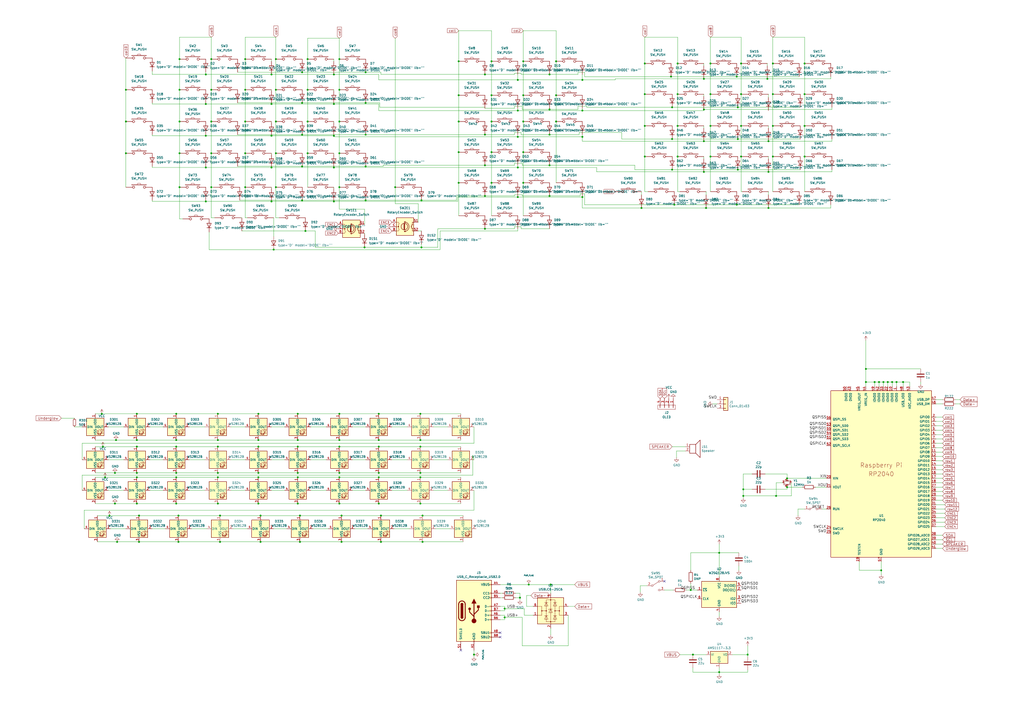
<source format=kicad_sch>
(kicad_sch (version 20211123) (generator eeschema)
  (paper "A2")
  (title_block (title "Krambus-Keeb") (date "2022-12-05") (rev "0.1") (company "Ian Sorensen (iasoren)") (comment 1 "Powered by an RP2040") (comment 2 "Project: https://github.com/iasoren/Krampus-Keeb"))
  (junction (at 389.89 62.23))
  (junction (at 160.02 70.485))
  (junction (at 175.26 59.69))
  (junction (at 104.14 88.9))
  (junction (at 445.77 120.65))
  (junction (at 103.505 299.085))
  (junction (at 211.455 143.51))
  (junction (at 243.84 240.03))
  (junction (at 300.355 97.155))
  (junction (at 160.02 52.07))
  (junction (at 157.48 97.155))
  (junction (at 73.025 70.485))
  (junction (at 409.575 120.65))
  (junction (at 175.26 96.52))
  (junction (at 417.195 320.675))
  (junction (at 400.685 342.265))
  (junction (at 266.065 88.265))
  (junction (at 212.09 41.91))
  (junction (at 448.31 36.83))
  (junction (at 193.675 78.74))
  (junction (at 433.705 379.73))
  (junction (at 122.555 52.07))
  (junction (at 318.77 63.5))
  (junction (at 196.85 240.03))
  (junction (at 285.115 35.56))
  (junction (at 318.77 95.885))
  (junction (at 374.015 73.025))
  (junction (at 104.14 108.585))
  (junction (at 243.84 292.1))
  (junction (at 450.215 287.655))
  (junction (at 244.475 116.205))
  (junction (at 408.305 99.695))
  (junction (at 303.53 35.56))
  (junction (at 177.165 133.985))
  (junction (at 160.02 34.29))
  (junction (at 219.71 276.86))
  (junction (at 79.375 240.03))
  (junction (at 408.305 63.5))
  (junction (at 245.11 314.325))
  (junction (at 196.85 259.08))
  (junction (at 212.09 59.69))
  (junction (at 301.625 346.71))
  (junction (at 149.86 292.1))
  (junction (at 196.85 255.27))
  (junction (at 79.375 274.32))
  (junction (at 196.85 88.9))
  (junction (at 429.895 36.83))
  (junction (at 102.235 240.03))
  (junction (at 157.48 60.325))
  (junction (at 243.84 255.27))
  (junction (at 507.365 221.615))
  (junction (at 303.53 70.485))
  (junction (at 102.235 259.08))
  (junction (at 158.75 144.78))
  (junction (at 456.565 277.495))
  (junction (at 60.96 276.86))
  (junction (at 102.235 274.32))
  (junction (at 160.02 108.585))
  (junction (at 119.38 78.74))
  (junction (at 196.85 52.07))
  (junction (at 66.675 274.32))
  (junction (at 172.72 292.1))
  (junction (at 212.09 96.52))
  (junction (at 157.48 78.74))
  (junction (at 456.565 282.575))
  (junction (at 408.305 81.915))
  (junction (at 73.025 52.07))
  (junction (at 79.375 276.86))
  (junction (at 391.16 118.745))
  (junction (at 122.555 34.29))
  (junction (at 266.065 70.485))
  (junction (at 427.355 118.745))
  (junction (at 337.82 64.135))
  (junction (at 175.26 116.205))
  (junction (at 73.025 88.9))
  (junction (at 393.065 90.805))
  (junction (at 79.375 259.08))
  (junction (at 412.115 54.61))
  (junction (at 318.77 113.665))
  (junction (at 417.195 389.89))
  (junction (at 196.85 108.585))
  (junction (at 178.435 52.07))
  (junction (at 427.355 44.45))
  (junction (at 220.98 314.325))
  (junction (at 427.99 80.645))
  (junction (at 389.89 80.645))
  (junction (at 172.72 255.27))
  (junction (at 281.305 78.105))
  (junction (at 104.14 70.485))
  (junction (at 104.14 34.29))
  (junction (at 79.375 255.27))
  (junction (at 466.725 36.83))
  (junction (at 374.015 54.61))
  (junction (at 281.305 95.885))
  (junction (at 196.85 292.1))
  (junction (at 126.365 276.86))
  (junction (at 67.31 255.27))
  (junction (at 102.235 276.86))
  (junction (at 322.58 35.56))
  (junction (at 303.53 106.045))
  (junction (at 393.065 54.61))
  (junction (at 292.735 353.06))
  (junction (at 393.065 36.83))
  (junction (at 445.77 81.915))
  (junction (at 193.675 97.155))
  (junction (at 393.065 73.025))
  (junction (at 412.115 73.025))
  (junction (at 244.475 143.51))
  (junction (at 389.255 44.45))
  (junction (at 67.945 314.325))
  (junction (at 119.38 116.84))
  (junction (at 431.165 283.845))
  (junction (at 142.24 34.29))
  (junction (at 149.86 259.08))
  (junction (at 127.635 314.325))
  (junction (at 149.86 274.32))
  (junction (at 427.99 62.23))
  (junction (at 306.705 339.09))
  (junction (at 322.58 55.245))
  (junction (at 80.645 299.085))
  (junction (at 266.065 35.56))
  (junction (at 220.98 299.085))
  (junction (at 193.675 60.325))
  (junction (at 292.735 358.14))
  (junction (at 517.525 221.615))
  (junction (at 175.26 78.105))
  (junction (at 429.895 73.025))
  (junction (at 266.065 55.245))
  (junction (at 243.84 259.08))
  (junction (at 103.505 314.325))
  (junction (at 157.48 43.18))
  (junction (at 511.175 330.835))
  (junction (at 122.555 88.9))
  (junction (at 466.725 73.025))
  (junction (at 243.84 274.32))
  (junction (at 198.12 314.325))
  (junction (at 429.895 90.805))
  (junction (at 219.71 292.1))
  (junction (at 151.13 299.085))
  (junction (at 126.365 255.27))
  (junction (at 119.38 97.155))
  (junction (at 196.85 274.32))
  (junction (at 374.015 36.83))
  (junction (at 142.24 108.585))
  (junction (at 509.905 221.615))
  (junction (at 502.285 221.615))
  (junction (at 281.305 113.665))
  (junction (at 412.115 36.83))
  (junction (at 59.055 240.03))
  (junction (at 196.85 34.29))
  (junction (at 63.5 299.085))
  (junction (at 122.555 70.485))
  (junction (at 104.14 52.07))
  (junction (at 281.305 132.715))
  (junction (at 303.53 88.265))
  (junction (at 322.58 70.485))
  (junction (at 401.955 379.73))
  (junction (at 149.86 255.27))
  (junction (at 229.235 108.585))
  (junction (at 523.875 221.615))
  (junction (at 520.065 221.615))
  (junction (at 172.72 259.08))
  (junction (at 502.285 213.995))
  (junction (at 466.725 90.805))
  (junction (at 160.02 88.9))
  (junction (at 445.135 45.72))
  (junction (at 126.365 240.03))
  (junction (at 173.99 314.325))
  (junction (at 126.365 292.1))
  (junction (at 281.305 43.18))
  (junction (at 512.445 221.615))
  (junction (at 219.71 274.32))
  (junction (at 173.99 299.085))
  (junction (at 285.115 55.245))
  (junction (at 300.355 79.375))
  (junction (at 448.31 54.61))
  (junction (at 429.895 54.61))
  (junction (at 102.235 292.1))
  (junction (at 119.38 60.325))
  (junction (at 79.375 292.1))
  (junction (at 266.065 106.045))
  (junction (at 172.72 276.86))
  (junction (at 198.12 299.085))
  (junction (at 212.09 78.105))
  (junction (at 142.24 70.485))
  (junction (at 193.675 43.18))
  (junction (at 303.53 55.245))
  (junction (at 285.115 70.485))
  (junction (at 445.77 99.695))
  (junction (at 408.305 45.72))
  (junction (at 466.725 54.61))
  (junction (at 274.955 379.73))
  (junction (at 318.77 78.105))
  (junction (at 448.31 73.025))
  (junction (at 66.675 292.1))
  (junction (at 196.85 276.86))
  (junction (at 300.355 46.355))
  (junction (at 212.09 116.205))
  (junction (at 337.82 79.375))
  (junction (at 337.82 114.3))
  (junction (at 412.115 90.805))
  (junction (at 318.77 43.18))
  (junction (at 431.165 287.655))
  (junction (at 142.24 88.9))
  (junction (at 119.38 43.18))
  (junction (at 122.555 108.585))
  (junction (at 514.985 221.615))
  (junction (at 149.86 276.86))
  (junction (at 102.235 255.27))
  (junction (at 178.435 88.9))
  (junction (at 285.115 88.265))
  (junction (at 127.635 299.085))
  (junction (at 427.99 98.425))
  (junction (at 80.645 314.325))
  (junction (at 175.26 41.91))
  (junction (at 243.84 276.86))
  (junction (at 157.48 116.84))
  (junction (at 219.71 255.27))
  (junction (at 300.355 64.135))
  (junction (at 193.675 116.84))
  (junction (at 126.365 259.08))
  (junction (at 285.115 106.045))
  (junction (at 172.72 240.03))
  (junction (at 59.69 259.08))
  (junction (at 319.405 339.09))
  (junction (at 337.82 46.355))
  (junction (at 389.89 98.425))
  (junction (at 245.11 299.085))
  (junction (at 151.13 314.325))
  (junction (at 172.72 274.32))
  (junction (at 142.24 52.07))
  (junction (at 372.11 120.65))
  (junction (at 374.015 90.805))
  (junction (at 126.365 274.32))
  (junction (at 149.86 240.03))
  (junction (at 300.355 114.3))
  (junction (at 196.85 70.485))
  (junction (at 178.435 70.485))
  (junction (at 219.71 259.08))
  (junction (at 448.31 90.805))
  (junction (at 219.71 240.03))
  (junction (at 178.435 34.29))
  (no_connect (at 385.445 337.185))
  (no_connect (at 267.335 377.19))
  (no_connect (at 290.195 367.03))
  (no_connect (at 290.195 369.57))
  (wire (pts (xy 43.18 247.65) (xy 47.625 247.65)))
  (wire (pts (xy 245.11 299.085) (xy 268.605 299.085)))
  (wire (pts (xy 79.375 255.27) (xy 102.235 255.27)))
  (wire (pts (xy 408.305 64.135) (xy 408.305 63.5)))
  (wire (pts (xy 137.795 78.105) (xy 175.26 78.105)))
  (wire (pts (xy 428.625 320.675) (xy 417.195 320.675)))
  (wire (pts (xy 119.38 116.84) (xy 88.265 116.84)))
  (wire (pts (xy 393.065 54.61) (xy 393.065 73.025)))
  (wire (pts (xy 157.48 60.325) (xy 119.38 60.325)))
  (wire (pts (xy 502.285 224.155) (xy 502.285 221.615)))
  (wire (pts (xy 122.555 21.59) (xy 122.555 34.29)))
  (wire (pts (xy 337.82 113.665) (xy 337.82 114.3)))
  (wire (pts (xy 542.925 231.775) (xy 546.735 231.775)))
  (wire (pts (xy 482.6 99.695) (xy 445.77 99.695)))
  (wire (pts (xy 290.195 356.87) (xy 292.735 356.87)))
  (wire (pts (xy 245.11 314.325) (xy 268.605 314.325)))
  (wire (pts (xy 337.82 64.135) (xy 408.305 64.135)))
  (wire (pts (xy 445.77 120.65) (xy 481.965 120.65)))
  (wire (pts (xy 300.355 113.665) (xy 300.355 114.3)))
  (wire (pts (xy 309.245 356.87) (xy 304.165 356.87)))
  (wire (pts (xy 285.115 70.485) (xy 285.115 88.265)))
  (wire (pts (xy 527.685 224.155) (xy 527.685 221.615)))
  (wire (pts (xy 374.015 111.125) (xy 375.92 111.125)))
  (wire (pts (xy 368.3 95.885) (xy 368.3 98.425)))
  (wire (pts (xy 126.365 274.32) (xy 149.86 274.32)))
  (wire (pts (xy 193.675 97.155) (xy 300.355 97.155)))
  (wire (pts (xy 109.855 284.48) (xy 118.745 284.48)))
  (wire (pts (xy 433.705 374.65) (xy 433.705 379.73)))
  (wire (pts (xy 274.955 379.73) (xy 274.955 381)))
  (wire (pts (xy 104.14 21.59) (xy 122.555 21.59)))
  (wire (pts (xy 127.635 299.085) (xy 151.13 299.085)))
  (wire (pts (xy 450.215 287.655) (xy 431.165 287.655)))
  (wire (pts (xy 212.09 116.205) (xy 244.475 116.205)))
  (wire (pts (xy 172.72 259.08) (xy 196.85 259.08)))
  (wire (pts (xy 285.115 88.265) (xy 285.115 106.045)))
  (wire (pts (xy 393.065 111.125) (xy 394.335 111.125)))
  (wire (pts (xy 393.065 90.805) (xy 393.065 111.125)))
  (wire (pts (xy 298.45 113.665) (xy 298.45 113.03)))
  (wire (pts (xy 212.09 96.52) (xy 222.25 96.52)))
  (wire (pts (xy 219.71 46.355) (xy 300.355 46.355)))
  (wire (pts (xy 454.025 280.035) (xy 450.215 280.035)))
  (wire (pts (xy 243.84 276.86) (xy 267.335 276.86)))
  (wire (pts (xy 337.82 120.65) (xy 372.11 120.65)))
  (wire (pts (xy 436.245 283.845) (xy 431.165 283.845)))
  (wire (pts (xy 205.74 306.705) (xy 213.36 306.705)))
  (wire (pts (xy 302.26 76.835) (xy 302.26 78.105)))
  (wire (pts (xy 160.02 88.9) (xy 160.02 108.585)))
  (wire (pts (xy 103.505 314.325) (xy 127.635 314.325)))
  (wire (pts (xy 298.45 62.865) (xy 298.45 61.595)))
  (wire (pts (xy 429.895 111.125) (xy 430.53 111.125)))
  (wire (pts (xy 102.235 292.1) (xy 126.365 292.1)))
  (wire (pts (xy 119.38 60.325) (xy 88.265 60.325)))
  (wire (pts (xy 102.235 255.27) (xy 126.365 255.27)))
  (wire (pts (xy 302.895 358.14) (xy 302.895 374.65)))
  (wire (pts (xy 292.735 356.87) (xy 292.735 358.14)))
  (wire (pts (xy 173.99 314.325) (xy 198.12 314.325)))
  (wire (pts (xy 448.31 73.025) (xy 448.31 90.805)))
  (wire (pts (xy 86.995 266.7) (xy 94.615 266.7)))
  (wire (pts (xy 196.85 276.86) (xy 219.71 276.86)))
  (wire (pts (xy 121.285 144.78) (xy 121.285 134.62)))
  (wire (pts (xy 389.89 62.23) (xy 427.99 62.23)))
  (wire (pts (xy 193.675 52.705) (xy 193.675 52.07)))
  (wire (pts (xy 243.84 259.08) (xy 267.335 259.08)))
  (wire (pts (xy 456.565 283.845) (xy 443.865 283.845)))
  (wire (pts (xy 300.355 64.135) (xy 337.82 64.135)))
  (wire (pts (xy 266.065 106.045) (xy 266.065 125.095)))
  (wire (pts (xy 300.355 114.3) (xy 265.43 114.3)))
  (wire (pts (xy 160.02 21.59) (xy 160.02 34.29)))
  (wire (pts (xy 266.065 70.485) (xy 266.065 88.265)))
  (wire (pts (xy 143.51 126.365) (xy 142.24 126.365)))
  (wire (pts (xy 158.75 144.78) (xy 255.27 144.78)))
  (wire (pts (xy 542.925 318.135) (xy 546.735 318.135)))
  (wire (pts (xy 466.725 73.025) (xy 467.36 73.025)))
  (wire (pts (xy 173.99 299.085) (xy 198.12 299.085)))
  (wire (pts (xy 429.895 90.805) (xy 430.53 90.805)))
  (wire (pts (xy 139.065 116.205) (xy 175.26 116.205)))
  (wire (pts (xy 124.46 126.365) (xy 122.555 126.365)))
  (wire (pts (xy 303.53 88.265) (xy 303.53 106.045)))
  (wire (pts (xy 299.085 344.17) (xy 301.625 344.17)))
  (wire (pts (xy 427.99 98.425) (xy 464.185 98.425)))
  (wire (pts (xy 109.855 266.7) (xy 118.745 266.7)))
  (wire (pts (xy 196.85 70.485) (xy 196.85 88.9)))
  (wire (pts (xy 329.565 351.79) (xy 333.375 351.79)))
  (wire (pts (xy 80.645 314.325) (xy 103.505 314.325)))
  (wire (pts (xy 291.465 346.71) (xy 290.195 346.71)))
  (wire (pts (xy 56.515 314.325) (xy 67.945 314.325)))
  (wire (pts (xy 542.925 302.895) (xy 548.005 302.895)))
  (wire (pts (xy 429.895 73.025) (xy 429.895 90.805)))
  (wire (pts (xy 482.6 80.645) (xy 482.6 81.915)))
  (wire (pts (xy 466.725 90.805) (xy 466.725 111.125)))
  (wire (pts (xy 337.82 46.355) (xy 356.87 46.355)))
  (wire (pts (xy 56.515 299.085) (xy 63.5 299.085)))
  (wire (pts (xy 292.735 353.06) (xy 292.735 354.33)))
  (wire (pts (xy 79.375 240.03) (xy 102.235 240.03)))
  (wire (pts (xy 335.28 63.5) (xy 335.28 61.595)))
  (wire (pts (xy 266.065 88.265) (xy 266.065 106.045)))
  (wire (pts (xy 335.28 43.18) (xy 335.28 41.91)))
  (wire (pts (xy 104.14 70.485) (xy 104.14 88.9)))
  (wire (pts (xy 534.035 213.995) (xy 502.285 213.995)))
  (wire (pts (xy 66.675 292.1) (xy 79.375 292.1)))
  (wire (pts (xy 79.375 274.32) (xy 102.235 274.32)))
  (wire (pts (xy 548.005 305.435) (xy 542.925 305.435)))
  (wire (pts (xy 466.725 295.275) (xy 462.915 295.275)))
  (wire (pts (xy 133.985 266.7) (xy 142.24 266.7)))
  (wire (pts (xy 482.6 81.915) (xy 445.77 81.915)))
  (wire (pts (xy 243.84 274.32) (xy 267.335 274.32)))
  (wire (pts (xy 212.09 41.91) (xy 220.98 41.91)))
  (wire (pts (xy 73.025 33.655) (xy 73.025 52.07)))
  (wire (pts (xy 511.175 325.755) (xy 511.175 330.835)))
  (wire (pts (xy 412.115 36.83) (xy 412.115 54.61)))
  (wire (pts (xy 431.165 283.845) (xy 431.165 287.655)))
  (wire (pts (xy 374.015 73.025) (xy 374.015 90.805)))
  (wire (pts (xy 196.85 22.225) (xy 196.85 34.29)))
  (wire (pts (xy 302.895 95.885) (xy 318.77 95.885)))
  (wire (pts (xy 429.895 73.025) (xy 430.53 73.025)))
  (wire (pts (xy 290.195 344.17) (xy 291.465 344.17)))
  (wire (pts (xy 392.43 261.62) (xy 392.43 265.43)))
  (wire (pts (xy 302.895 113.03) (xy 302.895 113.665)))
  (wire (pts (xy 212.09 59.69) (xy 220.345 59.69)))
  (wire (pts (xy 211.455 143.51) (xy 244.475 143.51)))
  (wire (pts (xy 157.48 71.12) (xy 157.48 70.485)))
  (wire (pts (xy 211.455 135.89) (xy 211.455 135.255)))
  (wire (pts (xy 429.895 36.83) (xy 429.895 54.61)))
  (wire (pts (xy 424.815 379.73) (xy 433.705 379.73)))
  (wire (pts (xy 193.675 116.84) (xy 157.48 116.84)))
  (wire (pts (xy 374.015 21.59) (xy 393.065 21.59)))
  (wire (pts (xy 523.875 221.615) (xy 520.065 221.615)))
  (wire (pts (xy 298.45 76.835) (xy 302.26 76.835)))
  (wire (pts (xy 322.58 55.245) (xy 322.58 70.485)))
  (wire (pts (xy 298.45 95.885) (xy 298.45 94.615)))
  (wire (pts (xy 542.925 247.015) (xy 546.735 247.015)))
  (wire (pts (xy 408.305 55.88) (xy 408.305 54.61)))
  (wire (pts (xy 104.14 34.29) (xy 104.14 21.59)))
  (wire (pts (xy 445.77 92.075) (xy 445.77 90.805)))
  (wire (pts (xy 556.895 234.315) (xy 554.355 234.315)))
  (wire (pts (xy 55.245 255.27) (xy 67.31 255.27)))
  (wire (pts (xy 356.87 45.72) (xy 408.305 45.72)))
  (wire (pts (xy 374.65 73.025) (xy 374.015 73.025)))
  (wire (pts (xy 546.735 272.415) (xy 542.925 272.415)))
  (wire (pts (xy 285.115 35.56) (xy 285.115 55.245)))
  (wire (pts (xy 119.38 41.91) (xy 119.38 43.18)))
  (wire (pts (xy 302.895 374.65) (xy 329.565 374.65)))
  (wire (pts (xy 211.455 121.285) (xy 211.455 130.175)))
  (wire (pts (xy 300.355 97.155) (xy 300.355 95.885)))
  (wire (pts (xy 337.82 81.915) (xy 337.82 79.375)))
  (wire (pts (xy 126.365 255.27) (xy 149.86 255.27)))
  (wire (pts (xy 542.925 262.255) (xy 546.735 262.255)))
  (wire (pts (xy 465.455 282.575) (xy 456.565 282.575)))
  (wire (pts (xy 86.995 284.48) (xy 94.615 284.48)))
  (wire (pts (xy 196.85 34.29) (xy 196.85 52.07)))
  (wire (pts (xy 137.795 59.69) (xy 175.26 59.69)))
  (wire (pts (xy 527.685 221.615) (xy 523.875 221.615)))
  (wire (pts (xy 160.02 70.485) (xy 160.02 88.9)))
  (wire (pts (xy 542.925 315.595) (xy 546.735 315.595)))
  (wire (pts (xy 175.26 116.205) (xy 212.09 116.205)))
  (wire (pts (xy 445.135 38.1) (xy 445.135 36.83)))
  (wire (pts (xy 448.31 90.805) (xy 448.31 111.125)))
  (wire (pts (xy 127.635 314.325) (xy 151.13 314.325)))
  (wire (pts (xy 227.33 266.7) (xy 236.22 266.7)))
  (wire (pts (xy 178.435 34.29) (xy 178.435 52.07)))
  (wire (pts (xy 243.84 292.1) (xy 267.335 292.1)))
  (wire (pts (xy 412.115 73.025) (xy 412.115 90.805)))
  (wire (pts (xy 79.375 292.1) (xy 102.235 292.1)))
  (wire (pts (xy 264.795 116.205) (xy 264.795 113.665)))
  (wire (pts (xy 298.45 131.445) (xy 302.26 131.445)))
  (wire (pts (xy 322.58 70.485) (xy 322.58 106.045)))
  (wire (pts (xy 318.77 78.105) (xy 335.915 78.105)))
  (wire (pts (xy 303.53 55.245) (xy 303.53 70.485)))
  (wire (pts (xy 285.115 106.045) (xy 285.115 125.095)))
  (wire (pts (xy 196.85 292.1) (xy 219.71 292.1)))
  (wire (pts (xy 520.065 221.615) (xy 517.525 221.615)))
  (wire (pts (xy 254 132.715) (xy 254 143.51)))
  (wire (pts (xy 479.425 277.495) (xy 456.565 277.495)))
  (wire (pts (xy 122.555 34.29) (xy 122.555 52.07)))
  (wire (pts (xy 445.135 45.72) (xy 481.965 45.72)))
  (wire (pts (xy 47.625 275.59) (xy 274.32 275.59)))
  (wire (pts (xy 400.685 342.265) (xy 398.145 342.265)))
  (wire (pts (xy 204.47 266.7) (xy 212.09 266.7)))
  (wire (pts (xy 104.14 34.29) (xy 104.14 52.07)))
  (wire (pts (xy 448.31 21.59) (xy 466.725 21.59)))
  (wire (pts (xy 196.85 121.285) (xy 211.455 121.285)))
  (wire (pts (xy 157.48 97.155) (xy 119.38 97.155)))
  (wire (pts (xy 175.26 78.105) (xy 212.09 78.105)))
  (wire (pts (xy 389.89 98.425) (xy 427.99 98.425)))
  (wire (pts (xy 251.46 247.65) (xy 259.715 247.65)))
  (wire (pts (xy 119.38 43.18) (xy 88.265 43.18)))
  (wire (pts (xy 298.45 94.615) (xy 302.895 94.615)))
  (wire (pts (xy 445.77 99.695) (xy 408.305 99.695)))
  (wire (pts (xy 329.565 356.87) (xy 329.565 374.65)))
  (wire (pts (xy 149.86 255.27) (xy 172.72 255.27)))
  (wire (pts (xy 445.77 113.03) (xy 445.77 111.125)))
  (wire (pts (xy 542.925 290.195) (xy 546.735 290.195)))
  (wire (pts (xy 274.955 247.65) (xy 274.955 257.175)))
  (wire (pts (xy 142.24 34.29) (xy 142.24 52.07)))
  (wire (pts (xy 318.77 113.665) (xy 336.55 113.665)))
  (wire (pts (xy 389.89 259.08) (xy 397.51 259.08)))
  (wire (pts (xy 409.575 120.65) (xy 445.77 120.65)))
  (wire (pts (xy 151.13 314.325) (xy 173.99 314.325)))
  (wire (pts (xy 151.13 299.085) (xy 173.99 299.085)))
  (wire (pts (xy 408.305 45.72) (xy 445.135 45.72)))
  (wire (pts (xy 523.875 224.155) (xy 523.875 221.615)))
  (wire (pts (xy 47.625 257.175) (xy 47.625 266.7)))
  (wire (pts (xy 252.73 306.705) (xy 260.985 306.705)))
  (wire (pts (xy 161.925 126.365) (xy 160.02 126.365)))
  (wire (pts (xy 393.065 73.025) (xy 393.065 90.805)))
  (wire (pts (xy 88.265 60.325) (xy 88.265 59.69)))
  (wire (pts (xy 119.38 116.84) (xy 119.38 116.205)))
  (wire (pts (xy 178.435 52.07) (xy 178.435 70.485)))
  (wire (pts (xy 397.51 261.62) (xy 392.43 261.62)))
  (wire (pts (xy 322.58 35.56) (xy 322.58 55.245)))
  (wire (pts (xy 412.115 90.805) (xy 412.75 90.805)))
  (wire (pts (xy 401.955 389.89) (xy 417.195 389.89)))
  (wire (pts (xy 309.245 351.79) (xy 305.435 351.79)))
  (wire (pts (xy 243.84 255.27) (xy 267.335 255.27)))
  (wire (pts (xy 140.335 133.985) (xy 177.165 133.985)))
  (wire (pts (xy 292.735 358.14) (xy 292.735 359.41)))
  (wire (pts (xy 73.025 70.485) (xy 73.025 88.9)))
  (wire (pts (xy 64.135 306.705) (xy 73.025 306.705)))
  (wire (pts (xy 462.915 295.275) (xy 462.915 299.085)))
  (wire (pts (xy 274.32 264.16) (xy 274.955 266.7)))
  (wire (pts (xy 274.955 284.48) (xy 274.955 295.91)))
  (wire (pts (xy 512.445 221.615) (xy 509.905 221.615)))
  (wire (pts (xy 303.53 70.485) (xy 303.53 88.265)))
  (wire (pts (xy 512.445 224.155) (xy 512.445 221.615)))
  (wire (pts (xy 413.385 234.315) (xy 415.925 234.315)))
  (wire (pts (xy 111.125 306.705) (xy 120.015 306.705)))
  (wire (pts (xy 142.24 88.9) (xy 142.24 108.585)))
  (wire (pts (xy 172.72 240.03) (xy 196.85 240.03)))
  (wire (pts (xy 335.28 61.595) (xy 340.36 61.595)))
  (wire (pts (xy 172.72 292.1) (xy 196.85 292.1)))
  (wire (pts (xy 298.45 113.03) (xy 302.895 113.03)))
  (wire (pts (xy 481.965 120.65) (xy 481.965 118.745)))
  (wire (pts (xy 542.925 249.555) (xy 546.735 249.555)))
  (wire (pts (xy 394.335 379.73) (xy 401.955 379.73)))
  (wire (pts (xy 175.26 59.69) (xy 212.09 59.69)))
  (wire (pts (xy 337.82 64.135) (xy 337.82 62.865)))
  (wire (pts (xy 182.88 133.985) (xy 182.88 143.51)))
  (wire (pts (xy 62.865 247.65) (xy 71.755 247.65)))
  (wire (pts (xy 149.86 259.08) (xy 172.72 259.08)))
  (wire (pts (xy 244.475 116.205) (xy 264.795 116.205)))
  (wire (pts (xy 196.85 52.07) (xy 196.85 70.485)))
  (wire (pts (xy 374.015 54.61) (xy 374.015 73.025)))
  (wire (pts (xy 285.115 17.78) (xy 285.115 35.56)))
  (wire (pts (xy 318.77 95.885) (xy 368.3 95.885)))
  (wire (pts (xy 193.675 109.22) (xy 193.675 108.585)))
  (wire (pts (xy 122.555 52.07) (xy 122.555 70.485)))
  (wire (pts (xy 193.675 35.56) (xy 193.675 34.29)))
  (wire (pts (xy 178.435 22.225) (xy 178.435 34.29)))
  (wire (pts (xy 178.435 22.225) (xy 196.85 22.225)))
  (wire (pts (xy 149.86 292.1) (xy 172.72 292.1)))
  (wire (pts (xy 79.375 276.86) (xy 102.235 276.86)))
  (wire (pts (xy 178.435 70.485) (xy 178.435 88.9)))
  (wire (pts (xy 322.58 17.78) (xy 322.58 35.56)))
  (wire (pts (xy 219.71 292.1) (xy 243.84 292.1)))
  (wire (pts (xy 102.235 274.32) (xy 126.365 274.32)))
  (wire (pts (xy 534.035 221.615) (xy 534.035 222.885)))
  (wire (pts (xy 429.895 36.83) (xy 429.895 21.59)))
  (wire (pts (xy 290.195 339.09) (xy 306.705 339.09)))
  (wire (pts (xy 292.735 359.41) (xy 290.195 359.41)))
  (wire (pts (xy 88.265 97.155) (xy 88.265 96.52)))
  (wire (pts (xy 158.75 137.16) (xy 158.75 126.365)))
  (wire (pts (xy 509.905 221.615) (xy 507.365 221.615)))
  (wire (pts (xy 479.425 282.575) (xy 473.075 282.575)))
  (wire (pts (xy 157.48 109.22) (xy 157.48 108.585)))
  (wire (pts (xy 389.89 80.645) (xy 427.99 80.645)))
  (wire (pts (xy 554.355 231.775) (xy 556.895 231.775)))
  (wire (pts (xy 62.865 266.7) (xy 71.755 266.7)))
  (wire (pts (xy 546.735 277.495) (xy 542.925 277.495)))
  (wire (pts (xy 433.705 389.89) (xy 417.195 389.89)))
  (wire (pts (xy 158.75 144.78) (xy 121.285 144.78)))
  (wire (pts (xy 204.47 247.65) (xy 212.09 247.65)))
  (wire (pts (xy 466.725 36.83) (xy 466.725 54.61)))
  (wire (pts (xy 408.305 38.1) (xy 408.305 36.83)))
  (wire (pts (xy 219.71 64.135) (xy 300.355 64.135)))
  (wire (pts (xy 193.675 71.12) (xy 193.675 70.485)))
  (wire (pts (xy 227.33 284.48) (xy 236.22 284.48)))
  (wire (pts (xy 337.82 79.375) (xy 337.82 78.105)))
  (wire (pts (xy 339.09 118.745) (xy 391.16 118.745)))
  (wire (pts (xy 412.115 21.59) (xy 429.895 21.59)))
  (wire (pts (xy 429.895 54.61) (xy 429.895 73.025)))
  (wire (pts (xy 281.305 95.885) (xy 298.45 95.885)))
  (wire (pts (xy 157.48 52.705) (xy 157.48 52.07)))
  (wire (pts (xy 304.165 353.06) (xy 292.735 353.06)))
  (wire (pts (xy 119.38 78.74) (xy 88.265 78.74)))
  (wire (pts (xy 339.09 44.45) (xy 339.09 41.91)))
  (wire (pts (xy 374.015 90.805) (xy 374.015 111.125)))
  (wire (pts (xy 196.85 255.27) (xy 219.71 255.27)))
  (wire (pts (xy 198.12 299.085) (xy 220.98 299.085)))
  (wire (pts (xy 300.355 114.3) (xy 337.82 114.3)))
  (wire (pts (xy 393.065 36.83) (xy 393.065 54.61)))
  (wire (pts (xy 319.405 364.49) (xy 319.405 368.3)))
  (wire (pts (xy 448.31 21.59) (xy 448.31 36.83)))
  (wire (pts (xy 400.685 338.455) (xy 400.685 342.265)))
  (wire (pts (xy 298.45 78.105) (xy 298.45 76.835)))
  (wire (pts (xy 281.305 62.865) (xy 298.45 62.865)))
  (wire (pts (xy 88.265 43.18) (xy 88.265 41.275)))
  (wire (pts (xy 178.435 88.9) (xy 178.435 108.585)))
  (wire (pts (xy 119.38 78.74) (xy 119.38 78.105)))
  (wire (pts (xy 300.355 79.375) (xy 337.82 79.375)))
  (wire (pts (xy 79.375 259.08) (xy 102.235 259.08)))
  (wire (pts (xy 417.195 387.35) (xy 417.195 389.89)))
  (wire (pts (xy 445.77 74.295) (xy 445.77 73.025)))
  (wire (pts (xy 255.27 144.78) (xy 255.27 133.985)))
  (wire (pts (xy 337.82 114.3) (xy 337.82 120.65)))
  (wire (pts (xy 302.895 94.615) (xy 302.895 95.885)))
  (wire (pts (xy 196.85 274.32) (xy 219.71 274.32)))
  (wire (pts (xy 302.26 131.445) (xy 302.26 132.715)))
  (wire (pts (xy 306.705 339.09) (xy 319.405 339.09)))
  (wire (pts (xy 172.72 276.86) (xy 196.85 276.86)))
  (wire (pts (xy 371.475 339.725) (xy 371.475 343.535)))
  (wire (pts (xy 408.305 63.5) (xy 482.6 63.5)))
  (wire (pts (xy 149.86 274.32) (xy 172.72 274.32)))
  (wire (pts (xy 433.705 379.73) (xy 433.705 381)))
  (wire (pts (xy 140.335 126.365) (xy 139.7 126.365)))
  (wire (pts (xy 368.3 98.425) (xy 389.89 98.425)))
  (wire (pts (xy 401.955 387.35) (xy 401.955 389.89)))
  (wire (pts (xy 412.115 54.61) (xy 412.75 54.61)))
  (wire (pts (xy 193.675 60.325) (xy 219.71 60.325)))
  (wire (pts (xy 157.48 43.18) (xy 119.38 43.18)))
  (wire (pts (xy 336.55 113.665) (xy 336.55 112.395)))
  (wire (pts (xy 219.71 276.86) (xy 243.84 276.86)))
  (wire (pts (xy 448.31 54.61) (xy 448.31 73.025)))
  (wire (pts (xy 219.71 60.325) (xy 219.71 64.135)))
  (wire (pts (xy 408.305 92.075) (xy 408.305 90.805)))
  (wire (pts (xy 35.56 242.57) (xy 43.18 242.57)))
  (wire (pts (xy 292.735 358.14) (xy 302.895 358.14)))
  (wire (pts (xy 55.245 240.03) (xy 59.055 240.03)))
  (wire (pts (xy 335.915 76.835) (xy 360.68 76.835)))
  (wire (pts (xy 303.53 17.78) (xy 322.58 17.78)))
  (wire (pts (xy 126.365 276.86) (xy 149.86 276.86)))
  (wire (pts (xy 244.475 143.51) (xy 254 143.51)))
  (wire (pts (xy 346.075 99.695) (xy 346.075 97.155)))
  (wire (pts (xy 303.53 35.56) (xy 303.53 17.78)))
  (wire (pts (xy 372.11 113.03) (xy 372.11 111.125)))
  (wire (pts (xy 193.675 43.18) (xy 219.71 43.18)))
  (wire (pts (xy 180.34 247.65) (xy 189.23 247.65)))
  (wire (pts (xy 160.02 126.365) (xy 160.02 108.585)))
  (wire (pts (xy 122.555 126.365) (xy 122.555 108.585)))
  (wire (pts (xy 302.26 43.18) (xy 318.77 43.18)))
  (wire (pts (xy 135.255 306.705) (xy 143.51 306.705)))
  (wire (pts (xy 157.48 78.74) (xy 119.38 78.74)))
  (wire (pts (xy 73.025 52.07) (xy 73.025 70.485)))
  (wire (pts (xy 459.105 287.655) (xy 450.215 287.655)))
  (wire (pts (xy 303.53 106.045) (xy 303.53 125.095)))
  (wire (pts (xy 360.68 80.645) (xy 389.89 80.645)))
  (wire (pts (xy 385.445 342.265) (xy 390.525 342.265)))
  (wire (pts (xy 542.925 287.655) (xy 546.735 287.655)))
  (wire (pts (xy 157.48 266.7) (xy 165.1 266.7)))
  (wire (pts (xy 302.895 61.595) (xy 302.895 63.5)))
  (wire (pts (xy 219.71 274.32) (xy 243.84 274.32)))
  (wire (pts (xy 502.285 197.485) (xy 502.285 213.995)))
  (wire (pts (xy 427.355 118.745) (xy 463.55 118.745)))
  (wire (pts (xy 227.33 247.65) (xy 236.22 247.65)))
  (wire (pts (xy 175.26 96.52) (xy 212.09 96.52)))
  (wire (pts (xy 450.215 280.035) (xy 450.215 287.655)))
  (wire (pts (xy 177.165 133.985) (xy 182.88 133.985)))
  (wire (pts (xy 337.82 46.355) (xy 337.82 43.18)))
  (wire (pts (xy 220.98 314.325) (xy 245.11 314.325)))
  (wire (pts (xy 300.355 132.715) (xy 300.355 133.985)))
  (wire (pts (xy 219.71 43.18) (xy 219.71 46.355)))
  (wire (pts (xy 142.24 126.365) (xy 142.24 108.585)))
  (wire (pts (xy 482.6 98.425) (xy 482.6 99.695)))
  (wire (pts (xy 400.685 320.675) (xy 400.685 330.835)))
  (wire (pts (xy 301.625 344.17) (xy 301.625 346.71)))
  (wire (pts (xy 142.24 21.59) (xy 142.24 34.29)))
  (wire (pts (xy 160.02 34.29) (xy 160.02 52.07)))
  (wire (pts (xy 193.675 79.375) (xy 193.675 78.74)))
  (wire (pts (xy 266.065 55.245) (xy 266.065 70.485)))
  (wire (pts (xy 304.165 356.87) (xy 304.165 353.06)))
  (wire (pts (xy 517.525 221.615) (xy 514.985 221.615)))
  (wire (pts (xy 546.735 285.115) (xy 542.925 285.115)))
  (wire (pts (xy 374.015 36.83) (xy 374.015 54.61)))
  (wire (pts (xy 298.45 61.595) (xy 302.895 61.595)))
  (wire (pts (xy 157.48 116.84) (xy 119.38 116.84)))
  (wire (pts (xy 448.31 36.83) (xy 448.31 54.61)))
  (wire (pts (xy 196.85 240.03) (xy 219.71 240.03)))
  (wire (pts (xy 374.015 36.83) (xy 374.015 21.59)))
  (wire (pts (xy 448.31 90.805) (xy 448.945 90.805)))
  (wire (pts (xy 542.925 274.955) (xy 546.735 274.955)))
  (wire (pts (xy 142.24 70.485) (xy 142.24 88.9)))
  (wire (pts (xy 511.175 330.835) (xy 511.175 333.375)))
  (wire (pts (xy 265.43 114.3) (xy 265.43 116.84)))
  (wire (pts (xy 104.14 108.585) (xy 104.14 127)))
  (wire (pts (xy 274.955 377.19) (xy 274.955 379.73)))
  (wire (pts (xy 546.735 234.315) (xy 542.925 234.315)))
  (wire (pts (xy 133.985 284.48) (xy 142.24 284.48)))
  (wire (pts (xy 482.6 63.5) (xy 482.6 62.23)))
  (wire (pts (xy 104.14 88.9) (xy 104.14 108.585)))
  (wire (pts (xy 63.5 299.085) (xy 80.645 299.085)))
  (wire (pts (xy 55.245 292.1) (xy 66.675 292.1)))
  (wire (pts (xy 180.34 266.7) (xy 189.23 266.7)))
  (wire (pts (xy 88.265 78.74) (xy 88.265 78.105)))
  (wire (pts (xy 126.365 292.1) (xy 149.86 292.1)))
  (wire (pts (xy 181.61 306.705) (xy 190.5 306.705)))
  (wire (pts (xy 466.725 73.025) (xy 466.725 90.805)))
  (wire (pts (xy 408.305 74.295) (xy 408.305 73.025)))
  (wire (pts (xy 300.355 43.18) (xy 300.355 46.355)))
  (wire (pts (xy 157.48 284.48) (xy 165.1 284.48)))
  (wire (pts (xy 303.53 35.56) (xy 303.53 55.245)))
  (wire (pts (xy 389.255 44.45) (xy 427.355 44.45)))
  (wire (pts (xy 243.84 240.03) (xy 267.335 240.03)))
  (wire (pts (xy 429.895 54.61) (xy 430.53 54.61)))
  (wire (pts (xy 300.355 97.155) (xy 346.075 97.155)))
  (wire (pts (xy 375.285 339.725) (xy 371.475 339.725)))
  (wire (pts (xy 281.305 43.18) (xy 220.98 43.18)))
  (wire (pts (xy 266.065 35.56) (xy 266.065 55.245)))
  (wire (pts (xy 542.925 241.935) (xy 546.735 241.935)))
  (wire (pts (xy 431.165 274.955) (xy 431.165 283.845)))
  (wire (pts (xy 300.355 79.375) (xy 193.675 79.375)))
  (wire (pts (xy 417.195 315.595) (xy 417.195 320.675)))
  (wire (pts (xy 109.855 247.65) (xy 118.745 247.65)))
  (wire (pts (xy 193.675 97.155) (xy 157.48 97.155)))
  (wire (pts (xy 431.165 287.655) (xy 431.165 288.925)))
  (wire (pts (xy 80.645 299.085) (xy 103.505 299.085)))
  (wire (pts (xy 193.675 60.325) (xy 157.48 60.325)))
  (wire (pts (xy 298.45 42.545) (xy 302.26 42.545)))
  (wire (pts (xy 292.735 351.79) (xy 292.735 353.06)))
  (wire (pts (xy 318.77 63.5) (xy 335.28 63.5)))
  (wire (pts (xy 337.82 81.915) (xy 408.305 81.915)))
  (wire (pts (xy 520.065 224.155) (xy 520.065 221.615)))
  (wire (pts (xy 466.725 54.61) (xy 466.725 73.025)))
  (wire (pts (xy 285.115 55.245) (xy 285.115 70.485)))
  (wire (pts (xy 88.265 306.705) (xy 95.885 306.705)))
  (wire (pts (xy 542.925 282.575) (xy 546.735 282.575)))
  (wire (pts (xy 172.72 274.32) (xy 196.85 274.32)))
  (wire (pts (xy 391.16 118.745) (xy 427.355 118.745)))
  (wire (pts (xy 546.735 280.035) (xy 542.925 280.035)))
  (wire (pts (xy 59.055 240.03) (xy 79.375 240.03)))
  (wire (pts (xy 196.85 259.08) (xy 219.71 259.08)))
  (wire (pts (xy 301.625 346.71) (xy 301.625 347.98)))
  (wire (pts (xy 175.26 41.91) (xy 212.09 41.91)))
  (wire (pts (xy 196.85 88.9) (xy 196.85 108.585)))
  (wire (pts (xy 427.355 44.45) (xy 463.55 44.45)))
  (wire (pts (xy 542.925 295.275) (xy 548.005 295.275)))
  (wire (pts (xy 242.57 118.11) (xy 229.235 118.11)))
  (wire (pts (xy 456.565 274.955) (xy 443.865 274.955)))
  (wire (pts (xy 335.915 78.105) (xy 335.915 76.835)))
  (wire (pts (xy 318.77 63.5) (xy 318.77 62.865)))
  (wire (pts (xy 346.075 99.695) (xy 408.305 99.695)))
  (wire (pts (xy 274.955 257.175) (xy 47.625 257.175)))
  (wire (pts (xy 299.085 346.71) (xy 301.625 346.71)))
  (wire (pts (xy 122.555 88.9) (xy 122.555 108.585)))
  (wire (pts (xy 339.09 112.395) (xy 339.09 118.745)))
  (wire (pts (xy 157.48 89.535) (xy 157.48 88.9)))
  (wire (pts (xy 102.235 240.03) (xy 126.365 240.03)))
  (wire (pts (xy 542.925 244.475) (xy 546.735 244.475)))
  (wire (pts (xy 302.26 78.105) (xy 318.77 78.105)))
  (wire (pts (xy 542.925 292.735) (xy 548.005 292.735)))
  (wire (pts (xy 198.12 314.325) (xy 220.98 314.325)))
  (wire (pts (xy 507.365 221.615) (xy 502.285 221.615)))
  (wire (pts (xy 196.85 108.585) (xy 196.85 121.285)))
  (wire (pts (xy 149.86 276.86) (xy 172.72 276.86)))
  (wire (pts (xy 265.43 116.84) (xy 193.675 116.84)))
  (wire (pts (xy 220.98 43.18) (xy 220.98 41.91)))
  (wire (pts (xy 182.88 143.51) (xy 211.455 143.51)))
  (wire (pts (xy 404.495 342.265) (xy 400.685 342.265)))
  (wire (pts (xy 229.235 22.225) (xy 229.235 108.585)))
  (wire (pts (xy 502.285 221.615) (xy 502.285 213.995)))
  (wire (pts (xy 417.195 357.505) (xy 417.195 354.965)))
  (wire (pts (xy 281.305 62.23) (xy 220.345 62.23)))
  (wire (pts (xy 542.925 269.875) (xy 546.735 269.875)))
  (wire (pts (xy 336.55 112.395) (xy 339.09 112.395)))
  (wire (pts (xy 104.14 52.07) (xy 104.14 70.485)))
  (wire (pts (xy 266.065 35.56) (xy 266.065 17.78)))
  (wire (pts (xy 122.555 108.585) (xy 123.825 108.585)))
  (wire (pts (xy 60.96 276.86) (xy 79.375 276.86)))
  (wire (pts (xy 514.985 221.615) (xy 512.445 221.615)))
  (wire (pts (xy 319.405 339.09) (xy 319.405 344.17)))
  (wire (pts (xy 412.115 73.025) (xy 412.75 73.025)))
  (wire (pts (xy 219.71 240.03) (xy 243.84 240.03)))
  (wire (pts (xy 119.38 97.155) (xy 119.38 96.52)))
  (wire (pts (xy 466.725 90.805) (xy 467.36 90.805)))
  (wire (pts (xy 180.34 284.48) (xy 189.23 284.48)))
  (wire (pts (xy 142.24 21.59) (xy 160.02 21.59)))
  (wire (pts (xy 133.985 247.65) (xy 142.24 247.65)))
  (wire (pts (xy 137.795 96.52) (xy 175.26 96.52)))
  (wire (pts (xy 220.345 62.23) (xy 220.345 59.69)))
  (wire (pts (xy 193.675 43.18) (xy 157.48 43.18)))
  (wire (pts (xy 429.895 90.805) (xy 429.895 111.125)))
  (wire (pts (xy 229.235 118.11) (xy 229.235 108.585)))
  (wire (pts (xy 356.87 46.355) (xy 356.87 45.72)))
  (wire (pts (xy 204.47 284.48) (xy 212.09 284.48)))
  (wire (pts (xy 298.45 132.715) (xy 298.45 131.445)))
  (wire (pts (xy 318.77 43.18) (xy 335.28 43.18)))
  (wire (pts (xy 456.565 277.495) (xy 456.565 274.955)))
  (wire (pts (xy 219.71 259.08) (xy 243.84 259.08)))
  (wire (pts (xy 546.735 313.055) (xy 542.925 313.055)))
  (wire (pts (xy 339.09 41.91) (xy 335.28 41.91)))
  (wire (pts (xy 266.065 17.78) (xy 285.115 17.78)))
  (wire (pts (xy 73.025 88.9) (xy 73.025 108.585)))
  (wire (pts (xy 542.925 297.815) (xy 548.005 297.815)))
  (wire (pts (xy 242.57 133.985) (xy 244.475 133.985)))
  (wire (pts (xy 340.36 62.23) (xy 340.36 61.595)))
  (wire (pts (xy 137.795 41.91) (xy 175.26 41.91)))
  (wire (pts (xy 228.6 306.705) (xy 237.49 306.705)))
  (wire (pts (xy 340.36 62.23) (xy 389.89 62.23)))
  (wire (pts (xy 412.115 54.61) (xy 412.115 73.025)))
  (wire (pts (xy 281.305 132.715) (xy 254 132.715)))
  (wire (pts (xy 542.925 310.515) (xy 546.735 310.515)))
  (wire (pts (xy 193.675 78.74) (xy 157.48 78.74)))
  (wire (pts (xy 281.305 113.665) (xy 298.45 113.665)))
  (wire (pts (xy 427.99 62.23) (xy 464.185 62.23)))
  (wire (pts (xy 126.365 240.03) (xy 149.86 240.03)))
  (wire (pts (xy 160.02 52.07) (xy 160.02 70.485)))
  (wire (pts (xy 305.435 345.44) (xy 307.975 345.44)))
  (wire (pts (xy 103.505 299.085) (xy 127.635 299.085)))
  (wire (pts (xy 281.305 43.18) (xy 298.45 43.18)))
  (wire (pts (xy 448.31 73.025) (xy 448.945 73.025)))
  (wire (pts (xy 102.235 276.86) (xy 126.365 276.86)))
  (wire (pts (xy 104.14 127) (xy 106.045 127)))
  (wire (pts (xy 47.625 284.48) (xy 47.625 275.59)))
  (wire (pts (xy 66.675 274.32) (xy 79.375 274.32)))
  (wire (pts (xy 542.925 252.095) (xy 546.735 252.095)))
  (wire (pts (xy 251.46 284.48) (xy 259.715 284.48)))
  (wire (pts (xy 459.105 280.035) (xy 459.105 287.655)))
  (wire (pts (xy 417.195 389.89) (xy 417.195 391.16)))
  (wire (pts (xy 157.48 35.56) (xy 157.48 34.29)))
  (wire (pts (xy 417.195 320.675) (xy 417.195 334.645)))
  (wire (pts (xy 319.405 339.09) (xy 333.375 339.09)))
  (wire (pts (xy 339.09 44.45) (xy 389.255 44.45)))
  (wire (pts (xy 509.905 224.155) (xy 509.905 221.615)))
  (wire (pts (xy 67.945 314.325) (xy 80.645 314.325)))
  (wire (pts (xy 281.305 95.885) (xy 222.25 95.885)))
  (wire (pts (xy 88.265 116.84) (xy 88.265 116.205)))
  (wire (pts (xy 305.435 351.79) (xy 305.435 345.44)))
  (wire (pts (xy 436.245 274.955) (xy 431.165 274.955)))
  (wire (pts (xy 292.735 354.33) (xy 290.195 354.33)))
  (wire (pts (xy 427.99 80.645) (xy 464.185 80.645)))
  (wire (pts (xy 212.09 78.105) (xy 281.305 78.105)))
  (wire (pts (xy 158.75 306.705) (xy 166.37 306.705)))
  (wire (pts (xy 222.25 95.885) (xy 222.25 96.52)))
  (wire (pts (xy 55.245 276.86) (xy 60.96 276.86)))
  (wire (pts (xy 219.71 255.27) (xy 243.84 255.27)))
  (wire (pts (xy 102.235 259.08) (xy 126.365 259.08)))
  (wire (pts (xy 242.57 128.905) (xy 242.57 118.11)))
  (wire (pts (xy 298.45 43.18) (xy 298.45 42.545)))
  (wire (pts (xy 48.895 295.91) (xy 48.895 306.705)))
  (wire (pts (xy 542.925 257.175) (xy 546.735 257.175)))
  (wire (pts (xy 507.365 224.155) (xy 507.365 221.615)))
  (wire (pts (xy 149.86 240.03) (xy 172.72 240.03)))
  (wire (pts (xy 412.115 21.59) (xy 412.115 36.83)))
  (wire (pts (xy 448.31 54.61) (xy 448.945 54.61)))
  (wire (pts (xy 300.355 78.105) (xy 300.355 79.375)))
  (wire (pts (xy 517.525 224.155) (xy 517.525 221.615)))
  (wire (pts (xy 244.475 141.605) (xy 244.475 143.51)))
  (wire (pts (xy 466.725 54.61) (xy 467.36 54.61)))
  (wire (pts (xy 481.965 45.72) (xy 481.965 44.45)))
  (wire (pts (xy 255.27 133.985) (xy 300.355 133.985)))
  (wire (pts (xy 281.305 78.105) (xy 298.45 78.105)))
  (wire (pts (xy 62.865 284.48) (xy 71.755 284.48)))
  (wire (pts (xy 417.195 320.675) (xy 400.685 320.675)))
  (wire (pts (xy 456.565 282.575) (xy 456.565 283.845)))
  (wire (pts (xy 126.365 259.08) (xy 149.86 259.08)))
  (wire (pts (xy 281.305 132.715) (xy 298.45 132.715)))
  (wire (pts (xy 412.115 90.805) (xy 412.115 111.125)))
  (wire (pts (xy 360.68 76.835) (xy 360.68 80.645)))
  (wire (pts (xy 302.895 63.5) (xy 318.77 63.5)))
  (wire (pts (xy 274.32 264.16) (xy 274.32 275.59)))
  (wire (pts (xy 300.355 62.865) (xy 300.355 64.135)))
  (wire (pts (xy 372.11 120.65) (xy 409.575 120.65)))
  (wire (pts (xy 193.675 89.535) (xy 193.675 88.9)))
  (wire (pts (xy 274.955 295.91) (xy 48.895 295.91)))
  (wire (pts (xy 302.895 113.665) (xy 318.77 113.665)))
  (wire (pts (xy 119.38 97.155) (xy 88.265 97.155)))
  (wire (pts (xy 300.355 46.355) (xy 337.82 46.355)))
  (wire (pts (xy 498.475 330.835) (xy 511.175 330.835)))
  (wire (pts (xy 476.885 295.275) (xy 479.425 295.275)))
  (wire (pts (xy 172.72 255.27) (xy 196.85 255.27)))
  (wire (pts (xy 86.995 247.65) (xy 94.615 247.65)))
  (wire (pts (xy 433.705 388.62) (xy 433.705 389.89)))
  (wire (pts (xy 119.38 60.325) (xy 119.38 59.69)))
  (wire (pts (xy 55.245 259.08) (xy 59.69 259.08)))
  (wire (pts (xy 59.69 259.08) (xy 79.375 259.08)))
  (wire (pts (xy 55.245 274.32) (xy 66.675 274.32)))
  (wire (pts (xy 302.26 42.545) (xy 302.26 43.18)))
  (wire (pts (xy 122.555 70.485) (xy 122.555 88.9)))
  (wire (pts (xy 157.48 247.65) (xy 165.1 247.65)))
  (wire (pts (xy 264.795 113.665) (xy 281.305 113.665)))
  (wire (pts (xy 374.015 54.61) (xy 374.65 54.61)))
  (wire (pts (xy 251.46 266.7) (xy 259.715 266.7)))
  (wire (pts (xy 428.625 330.835) (xy 428.625 328.295)))
  (wire (pts (xy 220.98 299.085) (xy 245.11 299.085)))
  (wire (pts (xy 466.725 21.59) (xy 466.725 36.83)))
  (wire (pts (xy 542.925 259.715) (xy 546.735 259.715)))
  (wire (pts (xy 67.31 255.27) (xy 79.375 255.27)))
  (wire (pts (xy 445.77 56.515) (xy 445.77 54.61)))
  (wire (pts (xy 409.575 113.03) (xy 409.575 111.125)))
  (wire (pts (xy 548.005 300.355) (xy 542.925 300.355)))
  (wire (pts (xy 142.24 52.07) (xy 142.24 70.485)))
  (wire (pts (xy 374.015 90.805) (xy 374.65 90.805)))
  (wire (pts (xy 514.985 224.155) (xy 514.985 221.615)))
  (wire (pts (xy 542.925 254.635) (xy 546.735 254.635)))
  (wire (pts (xy 445.77 81.915) (xy 408.305 81.915)))
  (wire (pts (xy 546.735 264.795) (xy 542.925 264.795)))
  (wire (pts (xy 290.195 351.79) (xy 292.735 351.79)))
  (wire (pts (xy 401.955 379.73) (xy 409.575 379.73)))
  (wire (pts (xy 393.065 21.59) (xy 393.065 36.83)))
  (wire (pts (xy 302.26 132.715) (xy 318.77 132.715)))
  (wire (pts (xy 498.475 325.755) (xy 498.475 330.835)))
  (wire (pts (xy 542.925 267.335) (xy 546.735 267.335)))
  (label "XIN" (at 475.615 277.495 0) (effects (font (size 1.524 1.524))))
  (label "RESET" (at 478.155 295.275 180) (effects (font (size 1.524 1.524))))
  (label "USB-" (at 294.005 353.06 0) (effects (font (size 1.524 1.524))))
  (label "SQPISD1" (at 479.425 249.555 180) (effects (font (size 1.524 1.524))))
  (label "XOUT" (at 474.345 282.575 0) (effects (font (size 1.524 1.524))))
  (label "QSPICLK" (at 404.495 347.345 180) (effects (font (size 1.524 1.524))))
  (label "USB+" (at 294.005 358.14 0) (effects (font (size 1.524 1.524))))
  (label "QSPISD3" (at 479.425 254.635 180) (effects (font (size 1.524 1.524))))
  (label "QSPISD2" (at 429.895 347.345 0) (effects (font (size 1.524 1.524))))
  (label "QSPICLK" (at 479.425 258.445 180) (effects (font (size 1.524 1.524))))
  (label "QSPISD3" (at 429.895 349.885 0) (effects (font (size 1.524 1.524))))
  (label "SWD" (at 415.925 231.775 180) (effects (font (size 1.524 1.524))))
  (label "QSPISD2" (at 479.425 252.095 180) (effects (font (size 1.524 1.524))))
  (label "QSPISS" (at 479.425 243.205 180) (effects (font (size 1.524 1.524))))
  (label "QSPISS" (at 403.225 342.265 180) (effects (font (size 1.524 1.524))))
  (label "QSPISD0" (at 429.895 339.725 0) (effects (font (size 1.524 1.524))))
  (label "QSPISD0" (at 479.425 247.015 180) (effects (font (size 1.524 1.524))))
  (label "SQPISD1" (at 429.895 342.265 0) (effects (font (size 1.524 1.524))))
  (label "SWD" (at 479.425 309.245 180) (effects (font (size 1.524 1.524))))
  (label "SWCLK" (at 415.925 236.855 180) (effects (font (size 1.524 1.524))))
  (label "SWCLK" (at 479.425 306.705 180) (effects (font (size 1.524 1.524))))
  (global_label "ENC3" (shape input) (at 227.33 128.905 180) (property "Intersheet References" "${INTERSHEET_REFS}" (effects hide)))
  (global_label "ENC3" (shape input) (at 548.005 302.895 0) (property "Intersheet References" "${INTERSHEET_REFS}" (effects hide)))
  (global_label "row2" (shape input) (at 546.735 269.875 0) (property "Intersheet References" "${INTERSHEET_REFS}" (effects hide)))
  (global_label "row4" (shape input) (at 546.735 274.955 0) (property "Intersheet References" "${INTERSHEET_REFS}" (effects hide)))
  (global_label "col4" (shape input) (at 546.735 249.555 0) (property "Intersheet References" "${INTERSHEET_REFS}" (effects hide)))
  (global_label "col7" (shape input) (at 546.735 257.175 0) (property "Intersheet References" "${INTERSHEET_REFS}" (effects hide)))
  (global_label "col4" (shape input) (at 160.02 21.59 90) (property "Intersheet References" "${INTERSHEET_REFS}" (effects hide)))
  (global_label "Data+" (shape input) (at 556.895 231.775 0) (effects (font (size 1.524 1.524))) (property "Intersheet References" "${INTERSHEET_REFS}" (effects hide)))
  (global_label "col1" (shape input) (at 546.735 241.935 0) (property "Intersheet References" "${INTERSHEET_REFS}" (effects hide)))
  (global_label "VBUS" (shape input) (at 333.375 339.09 0) (effects (font (size 1.524 1.524))) (property "Intersheet References" "${INTERSHEET_REFS}" (effects hide)))
  (global_label "SDA" (shape input) (at 382.905 231.14 90) (property "Intersheet References" "${INTERSHEET_REFS}" (effects hide)))
  (global_label "ENC1" (shape input) (at 548.005 297.815 0) (property "Intersheet References" "${INTERSHEET_REFS}" (effects hide)))
  (global_label "row10" (shape input) (at 546.735 290.195 0) (property "Intersheet References" "${INTERSHEET_REFS}" (effects hide)))
  (global_label "ENC1" (shape input) (at 196.215 130.175 180) (property "Intersheet References" "${INTERSHEET_REFS}" (effects hide)))
  (global_label "col3" (shape input) (at 196.85 22.225 90) (property "Intersheet References" "${INTERSHEET_REFS}" (effects hide)))
  (global_label "row6" (shape input) (at 546.735 280.035 0) (property "Intersheet References" "${INTERSHEET_REFS}" (effects hide)))
  (global_label "col2" (shape input) (at 303.53 17.78 180) (property "Intersheet References" "${INTERSHEET_REFS}" (effects hide)))
  (global_label "col5" (shape input) (at 122.555 21.59 90) (property "Intersheet References" "${INTERSHEET_REFS}" (effects hide)))
  (global_label "col10" (shape input) (at 73.025 33.655 90) (property "Intersheet References" "${INTERSHEET_REFS}" (effects hide)))
  (global_label "col8" (shape input) (at 412.115 21.59 90) (property "Intersheet References" "${INTERSHEET_REFS}" (effects hide)))
  (global_label "VBUS" (shape input) (at 394.335 379.73 180) (effects (font (size 1.524 1.524))) (property "Intersheet References" "${INTERSHEET_REFS}" (effects hide)))
  (global_label "SPEAKER" (shape input) (at 546.735 315.595 0) (effects (font (size 1.524 1.524))) (property "Intersheet References" "${INTERSHEET_REFS}" (effects hide)))
  (global_label "ENC2" (shape input) (at 548.005 300.355 0) (property "Intersheet References" "${INTERSHEET_REFS}" (effects hide)))
  (global_label "Underglow" (shape input) (at 35.56 242.57 180) (effects (font (size 1.524 1.524))) (property "Intersheet References" "${INTERSHEET_REFS}" (effects hide)))
  (global_label "col2" (shape input) (at 546.735 244.475 0) (property "Intersheet References" "${INTERSHEET_REFS}" (effects hide)))
  (global_label "col7" (shape input) (at 374.015 21.59 90) (property "Intersheet References" "${INTERSHEET_REFS}" (effects hide)))
  (global_label "Data+" (shape input) (at 333.375 351.79 0) (effects (font (size 1.524 1.524))) (property "Intersheet References" "${INTERSHEET_REFS}" (effects hide)))
  (global_label "col3" (shape input) (at 546.735 247.015 0) (property "Intersheet References" "${INTERSHEET_REFS}" (effects hide)))
  (global_label "row5" (shape input) (at 546.735 277.495 0) (property "Intersheet References" "${INTERSHEET_REFS}" (effects hide)))
  (global_label "ENC4" (shape input) (at 227.33 133.985 180) (property "Intersheet References" "${INTERSHEET_REFS}" (effects hide)))
  (global_label "col8" (shape input) (at 546.735 259.715 0) (property "Intersheet References" "${INTERSHEET_REFS}" (effects hide)))
  (global_label "Underglow" (shape input) (at 546.735 318.135 0) (effects (font (size 1.524 1.524))) (property "Intersheet References" "${INTERSHEET_REFS}" (effects hide)))
  (global_label "col6" (shape input) (at 356.87 111.125 180) (property "Intersheet References" "${INTERSHEET_REFS}" (effects hide)))
  (global_label "row11" (shape input) (at 548.005 292.735 0) (property "Intersheet References" "${INTERSHEET_REFS}" (effects hide)))
  (global_label "SPEAKER" (shape input) (at 389.89 259.08 180) (effects (font (size 1.524 1.524))) (property "Intersheet References" "${INTERSHEET_REFS}" (effects hide)))
  (global_label "SCL" (shape input) (at 385.445 231.14 90) (property "Intersheet References" "${INTERSHEET_REFS}" (effects hide)))
  (global_label "SCL" (shape input) (at 546.735 313.055 0) (effects (font (size 1.524 1.524))) (property "Intersheet References" "${INTERSHEET_REFS}" (effects hide)))
  (global_label "row7" (shape input) (at 546.735 282.575 0) (property "Intersheet References" "${INTERSHEET_REFS}" (effects hide)))
  (global_label "col5" (shape input) (at 546.735 252.095 0) (property "Intersheet References" "${INTERSHEET_REFS}" (effects hide)))
  (global_label "col10" (shape input) (at 546.735 264.795 0) (property "Intersheet References" "${INTERSHEET_REFS}" (effects hide)))
  (global_label "row3" (shape input) (at 546.735 272.415 0) (property "Intersheet References" "${INTERSHEET_REFS}" (effects hide)))
  (global_label "col9" (shape input) (at 448.31 21.59 90) (property "Intersheet References" "${INTERSHEET_REFS}" (effects hide)))
  (global_label "row12" (shape input) (at 548.005 295.275 0) (property "Intersheet References" "${INTERSHEET_REFS}" (effects hide)))
  (global_label "col1" (shape input) (at 266.065 17.78 180) (property "Intersheet References" "${INTERSHEET_REFS}" (effects hide)))
  (global_label "row8" (shape input) (at 546.735 285.115 0) (property "Intersheet References" "${INTERSHEET_REFS}" (effects hide)))
  (global_label "ENC2" (shape input) (at 196.215 135.255 180) (property "Intersheet References" "${INTERSHEET_REFS}" (effects hide)))
  (global_label "col9" (shape input) (at 546.735 262.255 0) (property "Intersheet References" "${INTERSHEET_REFS}" (effects hide)))
  (global_label "row1" (shape input) (at 546.735 267.335 0) (property "Intersheet References" "${INTERSHEET_REFS}" (effects hide)))
  (global_label "Data-" (shape input) (at 307.975 345.44 0) (effects (font (size 1.524 1.524))) (property "Intersheet References" "${INTERSHEET_REFS}" (effects hide)))
  (global_label "col6" (shape input) (at 546.735 254.635 0) (property "Intersheet References" "${INTERSHEET_REFS}" (effects hide)))
  (global_label "SDA" (shape input) (at 546.735 310.515 0) (effects (font (size 1.524 1.524))) (property "Intersheet References" "${INTERSHEET_REFS}" (effects hide)))
  (global_label "row9" (shape input) (at 546.735 287.655 0) (property "Intersheet References" "${INTERSHEET_REFS}" (effects hide)))
  (global_label "col6" (shape input) (at 229.235 22.225 90) (property "Intersheet References" "${INTERSHEET_REFS}" (effects hide)))
  (global_label "Data-" (shape input) (at 556.895 234.315 0) (effects (font (size 1.524 1.524))) (property "Intersheet References" "${INTERSHEET_REFS}" (effects hide)))
  (global_label "ENC4" (shape input) (at 548.005 305.435 0) (property "Intersheet References" "${INTERSHEET_REFS}" (effects hide)))
  (symbol (lib_id "sw_push:SW_PUSH") (at 474.98 54.61 0) (unit 1)
    (property "Reference" "SW30" (at 474.98 47.625 0))
    (property "Value" "SW_PUSH" (at 474.98 50.165 0))
    (property "Footprint" "Keebio-Parts:MX_Socket_18mm" (effects hide))
  )
  (symbol (lib_id "LED:WS2812B") (at 102.235 284.48 0) (unit 1)
    (property "Reference" "D323" (at 113.03 280.1493 0))
    (property "Value" "WS2812B" (at 113.03 282.6893 0))
    (property "Footprint" "LED_SMD:LED_WS2812B_PLCC4_5.0x5.0mm_P3.2mm" (effects hide))
    (property "Datasheet" "https://cdn-shop.adafruit.com/datasheets/WS2812B.pdf" (effects hide))
  )
  (symbol (lib_id "Simulation_SPICE:DIODE") (at 212.09 55.88 270) (unit 1)
    (property "Reference" "D24" (at 214.63 54.6099 90) (effects (justify left)))
    (property "Value" "DIODE" (at 214.63 57.1499 90) (effects (justify left)))
    (property "Footprint" "Keebio-Parts:Diode-hybrid-3pad" (effects hide))
    (property "Spice_Netlist_Enabled" "Y" (effects hide))
    (property "Spice_Primitive" "D" (effects hide))
  )
  (symbol (lib_id "Simulation_SPICE:DIODE") (at 481.965 40.64 270) (unit 1)
    (property "Reference" "D17" (at 485.14 39.3699 90) (effects (justify left)))
    (property "Value" "DIODE" (at 485.14 41.9099 90) (effects (justify left)))
    (property "Footprint" "Keebio-Parts:Diode-hybrid-3pad" (effects hide))
    (property "Spice_Netlist_Enabled" "Y" (effects hide))
    (property "Spice_Primitive" "D" (effects hide))
  )
  (symbol (lib_id "power:GND") (at 417.195 357.505 0) (unit 1)
    (property "Reference" "#PWR0106" (effects hide))
    (property "Value" "GND" (at 417.322 361.8992 0))
  )
  (symbol (lib_id "power:+3V3") (at 502.285 197.485 0) (unit 1)
    (property "Reference" "#PWR0118" (effects hide))
    (property "Value" "+3V3" (at 502.666 193.0908 0))
  )
  (symbol (lib_id "Simulation_SPICE:DIODE") (at 175.26 38.1 270) (unit 1)
    (property "Reference" "D5" (at 177.8 36.8299 90) (effects (justify left)))
    (property "Value" "DIODE" (at 177.8 39.3699 90) (effects (justify left)))
    (property "Footprint" "Keebio-Parts:Diode-hybrid-3pad" (effects hide))
    (property "Spice_Netlist_Enabled" "Y" (effects hide))
    (property "Spice_Primitive" "D" (effects hide))
  )
  (symbol (lib_id "power:GND") (at 417.195 391.16 0) (unit 1)
    (property "Reference" "#PWR0108" (effects hide))
    (property "Value" "GND" (at 417.322 395.5542 0))
  )
  (symbol (lib_id "Simulation_SPICE:DIODE") (at 119.38 55.88 270) (unit 1)
    (property "Reference" "D19" (at 121.92 54.6099 90) (effects (justify left)))
    (property "Value" "DIODE" (at 121.92 57.1499 90) (effects (justify left)))
    (property "Footprint" "Keebio-Parts:Diode-hybrid-3pad" (effects hide))
    (property "Spice_Netlist_Enabled" "Y" (effects hide))
    (property "Spice_Primitive" "D" (effects hide))
  )
  (symbol (lib_id "sw_push:SW_PUSH") (at 186.055 34.29 0) (unit 1)
    (property "Reference" "SW6" (at 186.055 26.67 0))
    (property "Value" "SW_PUSH" (at 186.055 29.21 0))
    (property "Footprint" "Keebio-Parts:MX_Socket_18mm" (effects hide))
  )
  (symbol (lib_id "Device:R") (at 295.275 344.17 270) (unit 1)
    (property "Reference" "R6" (at 295.275 338.9122 90))
    (property "Value" "5.1k" (at 295.275 341.2236 90))
    (property "Footprint" "Resistor_SMD:R_0603_1608Metric" (effects hide))
    (property "LCSC" "C23186" (effects hide))
  )
  (symbol (lib_id "sw_push:SW_PUSH") (at 311.15 88.265 0) (unit 1)
    (property "Reference" "SW54" (at 311.15 81.28 0))
    (property "Value" "SW_PUSH" (at 311.15 83.82 0))
    (property "Footprint" "Keebio-Parts:MX_Socket_18mm" (effects hide))
  )
  (symbol (lib_id "power:GND") (at 431.165 288.925 0) (unit 1)
    (property "Reference" "#PWR0117" (effects hide))
    (property "Value" "GND" (at 431.292 293.3192 0))
  )
  (symbol (lib_id "Simulation_SPICE:DIODE") (at 337.82 59.055 270) (unit 1)
    (property "Reference" "D34" (at 340.36 57.7849 90) (effects (justify left)))
    (property "Value" "DIODE" (at 340.36 60.3249 90) (effects (justify left)))
    (property "Footprint" "Keebio-Parts:Diode-hybrid-3pad" (effects hide))
    (property "Spice_Netlist_Enabled" "Y" (effects hide))
    (property "Spice_Primitive" "D" (effects hide))
  )
  (symbol (lib_id "Simulation_SPICE:DIODE") (at 427.355 114.935 270) (unit 1)
    (property "Reference" "D83" (at 430.53 113.6649 90) (effects (justify left)))
    (property "Value" "DIODE" (at 430.53 116.2049 90) (effects (justify left)))
    (property "Footprint" "Keebio-Parts:Diode-hybrid-3pad" (effects hide))
    (property "Spice_Netlist_Enabled" "Y" (effects hide))
    (property "Spice_Primitive" "D" (effects hide))
  )
  (symbol (lib_id "Simulation_SPICE:DIODE") (at 137.795 55.88 270) (unit 1)
    (property "Reference" "D20" (at 140.335 54.6099 90) (effects (justify left)))
    (property "Value" "DIODE" (at 140.335 57.1499 90) (effects (justify left)))
    (property "Footprint" "Keebio-Parts:Diode-hybrid-3pad" (effects hide))
    (property "Spice_Netlist_Enabled" "Y" (effects hide))
    (property "Spice_Primitive" "D" (effects hide))
  )
  (symbol (lib_id "Device:C") (at 433.705 384.81 0) (unit 1)
    (property "Reference" "C6" (at 436.626 383.6416 0) (effects (justify left)))
    (property "Value" "22u" (at 436.626 385.953 0) (effects (justify left)))
    (property "Footprint" "Capacitor_SMD:C_0603_1608Metric" (effects hide))
    (property "LCSC" "C59461" (effects hide))
  )
  (symbol (lib_id "sw_push:SW_PUSH") (at 167.64 52.07 0) (unit 1)
    (property "Reference" "SW22" (at 167.64 44.45 0))
    (property "Value" "SW_PUSH" (at 167.64 46.99 0))
    (property "Footprint" "Keebio-Parts:MX_Socket_18mm" (effects hide))
  )
  (symbol (lib_id "sw_push:SW_PUSH") (at 292.735 70.485 0) (unit 1)
    (property "Reference" "SW43" (at 293.37 71.755 0))
    (property "Value" "SW_PUSH" (at 292.735 65.405 0))
    (property "Footprint" "Keebio-Parts:MX_Socket_18mm" (effects hide))
  )
  (symbol (lib_id "LED:WS2812B") (at 243.84 247.65 0) (unit 1)
    (property "Reference" "D309" (at 254.635 243.3193 0))
    (property "Value" "WS2812B" (at 254.635 245.8593 0))
    (property "Footprint" "LED_SMD:LED_WS2812B_PLCC4_5.0x5.0mm_P3.2mm" (effects hide))
    (property "Datasheet" "https://cdn-shop.adafruit.com/datasheets/WS2812B.pdf" (effects hide))
  )
  (symbol (lib_id "LED:WS2812B") (at 149.86 266.7 0) (unit 1)
    (property "Reference" "D315" (at 160.655 262.3693 0))
    (property "Value" "WS2812B" (at 160.655 264.9093 0))
    (property "Footprint" "LED_SMD:LED_WS2812B_PLCC4_5.0x5.0mm_P3.2mm" (effects hide))
    (property "Datasheet" "https://cdn-shop.adafruit.com/datasheets/WS2812B.pdf" (effects hide))
  )
  (symbol (lib_id "Simulation_SPICE:DIODE") (at 157.48 74.93 270) (unit 1)
    (property "Reference" "D38" (at 160.02 73.6599 90) (effects (justify left)))
    (property "Value" "DIODE" (at 160.02 76.1999 90) (effects (justify left)))
    (property "Footprint" "Keebio-Parts:Diode-hybrid-3pad" (effects hide))
    (property "Spice_Netlist_Enabled" "Y" (effects hide))
    (property "Spice_Primitive" "D" (effects hide))
  )
  (symbol (lib_id "Device:R") (at 550.545 231.775 270) (unit 1)
    (property "Reference" "R1" (at 549.275 229.87 90))
    (property "Value" "22" (at 551.815 229.87 90))
    (property "Footprint" "Resistor_SMD:R_0603_1608Metric" (effects hide))
    (property "LCSC" "C23345" (effects hide))
  )
  (symbol (lib_id "Device:Speaker") (at 402.59 259.08 0) (unit 1)
    (property "Reference" "LS1" (at 406.908 259.1816 0) (effects (justify left)))
    (property "Value" "Speaker" (at 406.908 261.493 0) (effects (justify left)))
    (property "Footprint" "Buzzer_Beeper:Buzzer_Mallory_AST1109MLTRQ" (effects hide))
  )
  (symbol (lib_id "Connector_Generic:Conn_01x03") (at 421.005 234.315 0) (unit 1)
    (property "Reference" "J1" (at 423.037 233.2482 0) (effects (justify left)))
    (property "Value" "Conn_01x03" (at 423.037 235.5596 0) (effects (justify left)))
    (property "Footprint" "Connector_PinHeader_2.54mm:PinHeader_1x03_P2.54mm_Vertical" (effects hide))
  )
  (symbol (lib_id "LED:WS2812B") (at 126.365 247.65 0) (unit 1)
    (property "Reference" "D304" (at 137.16 243.3193 0))
    (property "Value" "WS2812B" (at 137.16 245.8593 0))
    (property "Footprint" "LED_SMD:LED_WS2812B_PLCC4_5.0x5.0mm_P3.2mm" (effects hide))
    (property "Datasheet" "https://cdn-shop.adafruit.com/datasheets/WS2812B.pdf" (effects hide))
  )
  (symbol (lib_id "sw_push:SW_PUSH") (at 400.685 54.61 0) (unit 1)
    (property "Reference" "SW26" (at 400.685 47.625 0))
    (property "Value" "SW_PUSH" (at 400.685 50.165 0))
    (property "Footprint" "Keebio-Parts:MX_Socket_18mm" (effects hide))
  )
  (symbol (lib_id "Simulation_SPICE:DIODE") (at 445.77 95.885 270) (unit 1)
    (property "Reference" "D65" (at 448.31 94.6149 90) (effects (justify left)))
    (property "Value" "DIODE" (at 448.31 97.1549 90) (effects (justify left)))
    (property "Footprint" "Keebio-Parts:Diode-hybrid-3pad" (effects hide))
    (property "Spice_Netlist_Enabled" "Y" (effects hide))
    (property "Spice_Primitive" "D" (effects hide))
  )
  (symbol (lib_id "Simulation_SPICE:DIODE") (at 464.185 58.42 270) (unit 1)
    (property "Reference" "D29" (at 467.36 57.1499 90) (effects (justify left)))
    (property "Value" "DIODE" (at 467.36 59.6899 90) (effects (justify left)))
    (property "Footprint" "Keebio-Parts:Diode-hybrid-3pad" (effects hide))
    (property "Spice_Netlist_Enabled" "Y" (effects hide))
    (property "Spice_Primitive" "D" (effects hide))
  )
  (symbol (lib_id "LED:WS2812B") (at 267.335 247.65 0) (unit 1)
    (property "Reference" "D310" (at 278.13 243.3193 0))
    (property "Value" "WS2812B" (at 278.13 245.8593 0))
    (property "Footprint" "LED_SMD:LED_WS2812B_PLCC4_5.0x5.0mm_P3.2mm" (effects hide))
    (property "Datasheet" "https://cdn-shop.adafruit.com/datasheets/WS2812B.pdf" (effects hide))
  )
  (symbol (lib_id "sw_push:SW_PUSH") (at 455.93 36.83 0) (unit 1)
    (property "Reference" "SW16" (at 455.93 29.845 0))
    (property "Value" "SW_PUSH" (at 455.93 32.385 0))
    (property "Footprint" "Keebio-Parts:MX_Socket_18mm" (effects hide))
  )
  (symbol (lib_id "LED:WS2812B") (at 243.84 284.48 0) (unit 1)
    (property "Reference" "D329" (at 254.635 280.1493 0))
    (property "Value" "WS2812B" (at 254.635 282.6893 0))
    (property "Footprint" "LED_SMD:LED_WS2812B_PLCC4_5.0x5.0mm_P3.2mm" (effects hide))
    (property "Datasheet" "https://cdn-shop.adafruit.com/datasheets/WS2812B.pdf" (effects hide))
  )
  (symbol (lib_id "Simulation_SPICE:DIODE") (at 372.11 116.84 270) (unit 1)
    (property "Reference" "D80" (at 374.65 115.5699 90) (effects (justify left)))
    (property "Value" "DIODE" (at 374.65 118.1099 90) (effects (justify left)))
    (property "Footprint" "Keebio-Parts:Diode-hybrid-3pad" (effects hide))
    (property "Spice_Netlist_Enabled" "Y" (effects hide))
    (property "Spice_Primitive" "D" (effects hide))
  )
  (symbol (lib_id "sw_push:SW_PUSH") (at 437.515 36.83 0) (unit 1)
    (property "Reference" "SW15" (at 437.515 29.845 0))
    (property "Value" "SW_PUSH" (at 437.515 32.385 0))
    (property "Footprint" "Keebio-Parts:MX_Socket_18mm" (effects hide))
  )
  (symbol (lib_id "Simulation_SPICE:DIODE") (at 300.355 39.37 270) (unit 1)
    (property "Reference" "D9" (at 302.895 38.0999 90) (effects (justify left)))
    (property "Value" "DIODE" (at 302.895 40.6399 90) (effects (justify left)))
    (property "Footprint" "Keebio-Parts:Diode-hybrid-3pad" (effects hide))
    (property "Spice_Netlist_Enabled" "Y" (effects hide))
    (property "Spice_Primitive" "D" (effects hide))
  )
  (symbol (lib_id "power:GND") (at 274.955 381 0) (unit 1)
    (property "Reference" "#PWR0110" (effects hide))
    (property "Value" "GND" (at 275.082 385.3942 0))
  )
  (symbol (lib_id "sw_push:SW_PUSH") (at 111.76 70.485 0) (unit 1)
    (property "Reference" "SW36" (at 111.76 63.5 0))
    (property "Value" "SW_PUSH" (at 111.76 66.04 0))
    (property "Footprint" "Keebio-Parts:MX_Socket_18mm" (effects hide))
  )
  (symbol (lib_id "sw_push:SW_PUSH") (at 273.685 35.56 0) (unit 1)
    (property "Reference" "SW8" (at 273.685 27.94 0))
    (property "Value" "SW_PUSH" (at 273.685 30.48 0))
    (property "Footprint" "Keebio-Parts:MX_Socket_18mm" (effects hide))
  )
  (symbol (lib_id "sw_push:SW_PUSH") (at 382.27 73.025 0) (unit 1)
    (property "Reference" "SW46" (at 382.27 65.405 0))
    (property "Value" "SW_PUSH" (at 382.27 67.945 0))
    (property "Footprint" "Keebio-Parts:MX_Socket_18mm" (effects hide))
  )
  (symbol (lib_id "Simulation_SPICE:DIODE") (at 244.475 112.395 270) (unit 1)
    (property "Reference" "D79" (at 248.285 111.76 90) (effects (justify left)))
    (property "Value" "DIODE" (at 247.65 113.665 90) (effects (justify left)))
    (property "Footprint" "Keebio-Parts:Diode-hybrid-3pad" (effects hide))
    (property "Spice_Netlist_Enabled" "Y" (effects hide))
    (property "Spice_Primitive" "D" (effects hide))
  )
  (symbol (lib_id "Simulation_SPICE:DIODE") (at 482.6 58.42 270) (unit 1)
    (property "Reference" "D30" (at 485.14 57.1499 90) (effects (justify left)))
    (property "Value" "DIODE" (at 485.14 59.6899 90) (effects (justify left)))
    (property "Footprint" "Keebio-Parts:Diode-hybrid-3pad" (effects hide))
    (property "Spice_Netlist_Enabled" "Y" (effects hide))
    (property "Spice_Primitive" "D" (effects hide))
  )
  (symbol (lib_id "LED:WS2812B") (at 267.335 284.48 0) (unit 1)
    (property "Reference" "D330" (at 278.13 280.1493 0))
    (property "Value" "WS2812B" (at 278.13 282.6893 0))
    (property "Footprint" "LED_SMD:LED_WS2812B_PLCC4_5.0x5.0mm_P3.2mm" (effects hide))
    (property "Datasheet" "https://cdn-shop.adafruit.com/datasheets/WS2812B.pdf" (effects hide))
  )
  (symbol (lib_id "Simulation_SPICE:DIODE") (at 139.065 112.395 270) (unit 1)
    (property "Reference" "D74" (at 141.605 111.1249 90) (effects (justify left)))
    (property "Value" "DIODE" (at 141.605 113.6649 90) (effects (justify left)))
    (property "Footprint" "Keebio-Parts:Diode-hybrid-3pad" (effects hide))
    (property "Spice_Netlist_Enabled" "Y" (effects hide))
    (property "Spice_Primitive" "D" (effects hide))
  )
  (symbol (lib_id "sw_push:SW_PUSH") (at 167.64 34.29 0) (unit 1)
    (property "Reference" "SW5" (at 167.64 26.67 0))
    (property "Value" "SW_PUSH" (at 167.64 29.21 0))
    (property "Footprint" "Keebio-Parts:MX_Socket_18mm" (effects hide))
  )
  (symbol (lib_id "Simulation_SPICE:DIODE") (at 389.89 76.835 270) (unit 1)
    (property "Reference" "D46" (at 392.43 75.5649 90) (effects (justify left)))
    (property "Value" "DIODE" (at 392.43 78.1049 90) (effects (justify left)))
    (property "Footprint" "Keebio-Parts:Diode-hybrid-3pad" (effects hide))
    (property "Spice_Netlist_Enabled" "Y" (effects hide))
    (property "Spice_Primitive" "D" (effects hide))
  )
  (symbol (lib_id "sw_push:SW_PUSH") (at 151.13 126.365 0) (unit 1)
    (property "Reference" "SW91" (at 151.13 119.38 0))
    (property "Value" "SW_PUSH" (at 151.13 121.92 0))
    (property "Footprint" "Keebio-Parts:MX_Socket_18mm" (effects hide))
  )
  (symbol (lib_id "sw_push:SW_PUSH") (at 474.98 90.805 0) (unit 1)
    (property "Reference" "SW67" (at 474.98 83.185 0))
    (property "Value" "SW_PUSH" (at 474.98 85.725 0))
    (property "Footprint" "Keebio-Parts:MX_Socket_18mm" (effects hide))
  )
  (symbol (lib_id "sw_push:SW_PUSH") (at 456.565 90.805 0) (unit 1)
    (property "Reference" "SW66" (at 456.565 83.185 0))
    (property "Value" "SW_PUSH" (at 456.565 85.725 0))
    (property "Footprint" "Keebio-Parts:MX_Socket_18mm" (effects hide))
  )
  (symbol (lib_id "Simulation_SPICE:DIODE") (at 137.795 92.71 270) (unit 1)
    (property "Reference" "D57" (at 140.335 91.4399 90) (effects (justify left)))
    (property "Value" "DIODE" (at 140.335 93.9799 90) (effects (justify left)))
    (property "Footprint" "Keebio-Parts:Diode-hybrid-3pad" (effects hide))
    (property "Spice_Netlist_Enabled" "Y" (effects hide))
    (property "Spice_Primitive" "D" (effects hide))
  )
  (symbol (lib_id "Simulation_SPICE:DIODE") (at 175.26 55.88 270) (unit 1)
    (property "Reference" "D22" (at 177.8 54.6099 90) (effects (justify left)))
    (property "Value" "DIODE" (at 177.8 57.1499 90) (effects (justify left)))
    (property "Footprint" "Keebio-Parts:Diode-hybrid-3pad" (effects hide))
    (property "Spice_Netlist_Enabled" "Y" (effects hide))
    (property "Spice_Primitive" "D" (effects hide))
  )
  (symbol (lib_id "power:GND") (at 462.915 299.085 0) (unit 1)
    (property "Reference" "#PWR0115" (effects hide))
    (property "Value" "GND" (at 463.042 303.4792 0))
  )
  (symbol (lib_id "sw_push:SW_PUSH") (at 330.2 35.56 0) (unit 1)
    (property "Reference" "SW11" (at 330.2 27.94 0))
    (property "Value" "SW_PUSH" (at 330.2 30.48 0))
    (property "Footprint" "Keebio-Parts:MX_Socket_18mm" (effects hide))
  )
  (symbol (lib_id "Simulation_SPICE:DIODE") (at 193.675 74.93 270) (unit 1)
    (property "Reference" "D40" (at 196.85 73.6599 90) (effects (justify left)))
    (property "Value" "DIODE" (at 196.85 76.1999 90) (effects (justify left)))
    (property "Footprint" "Keebio-Parts:Diode-hybrid-3pad" (effects hide))
    (property "Spice_Netlist_Enabled" "Y" (effects hide))
    (property "Spice_Primitive" "D" (effects hide))
  )
  (symbol (lib_id "Simulation_SPICE:DIODE") (at 318.77 128.905 270) (unit 1)
    (property "Reference" "D89" (at 321.31 127.6349 90) (effects (justify left)))
    (property "Value" "DIODE" (at 321.31 130.1749 90) (effects (justify left)))
    (property "Footprint" "Keebio-Parts:Diode-hybrid-3pad" (effects hide))
    (property "Spice_Netlist_Enabled" "Y" (effects hide))
    (property "Spice_Primitive" "D" (effects hide))
  )
  (symbol (lib_id "LED:WS2812B") (at 245.11 306.705 0) (unit 1)
    (property "Reference" "D339" (at 255.905 302.3743 0))
    (property "Value" "WS2812B" (at 255.905 304.9143 0))
    (property "Footprint" "LED_SMD:LED_WS2812B_PLCC4_5.0x5.0mm_P3.2mm" (effects hide))
    (property "Datasheet" "https://cdn-shop.adafruit.com/datasheets/WS2812B.pdf" (effects hide))
  )
  (symbol (lib_id "Simulation_SPICE:DIODE") (at 445.77 78.105 270) (unit 1)
    (property "Reference" "D49" (at 448.31 76.8349 90) (effects (justify left)))
    (property "Value" "DIODE" (at 448.31 79.3749 90) (effects (justify left)))
    (property "Footprint" "Keebio-Parts:Diode-hybrid-3pad" (effects hide))
    (property "Spice_Netlist_Enabled" "Y" (effects hide))
    (property "Spice_Primitive" "D" (effects hide))
  )
  (symbol (lib_id "Simulation_SPICE:DIODE") (at 212.09 74.295 270) (unit 1)
    (property "Reference" "D41" (at 214.63 73.0249 90) (effects (justify left)))
    (property "Value" "DIODE" (at 214.63 75.5649 90) (effects (justify left)))
    (property "Footprint" "Keebio-Parts:Diode-hybrid-3pad" (effects hide))
    (property "Spice_Netlist_Enabled" "Y" (effects hide))
    (property "Spice_Primitive" "D" (effects hide))
  )
  (symbol (lib_id "sw_push:SW_PUSH") (at 419.735 111.125 0) (unit 1)
    (property "Reference" "SW83" (at 419.735 103.505 0))
    (property "Value" "SW_PUSH" (at 419.735 106.045 0))
    (property "Footprint" "Keebio-Parts:MX_Socket_18mm" (effects hide))
  )
  (symbol (lib_id "sw_push:SW_PUSH") (at 149.86 34.29 0) (unit 1)
    (property "Reference" "SW4" (at 149.86 26.67 0))
    (property "Value" "SW_PUSH" (at 149.86 29.21 0))
    (property "Footprint" "Keebio-Parts:MX_Socket_18mm" (effects hide))
  )
  (symbol (lib_id "Simulation_SPICE:DIODE") (at 318.77 109.855 270) (unit 1)
    (property "Reference" "D70" (at 321.31 108.5849 90) (effects (justify left)))
    (property "Value" "DIODE" (at 321.31 111.1249 90) (effects (justify left)))
    (property "Footprint" "Keebio-Parts:Diode-hybrid-3pad" (effects hide))
    (property "Spice_Netlist_Enabled" "Y" (effects hide))
    (property "Spice_Primitive" "D" (effects hide))
  )
  (symbol (lib_id "LED:WS2812B") (at 55.245 284.48 0) (unit 1)
    (property "Reference" "D321" (at 66.04 280.1493 0))
    (property "Value" "WS2812B" (at 66.04 282.6893 0))
    (property "Footprint" "LED_SMD:LED_WS2812B_PLCC4_5.0x5.0mm_P3.2mm" (effects hide))
    (property "Datasheet" "https://cdn-shop.adafruit.com/datasheets/WS2812B.pdf" (effects hide))
  )
  (symbol (lib_id "Simulation_SPICE:DIODE") (at 175.26 112.395 270) (unit 1)
    (property "Reference" "D76" (at 177.8 111.1249 90) (effects (justify left)))
    (property "Value" "DIODE" (at 177.8 113.6649 90) (effects (justify left)))
    (property "Footprint" "Keebio-Parts:Diode-hybrid-3pad" (effects hide))
    (property "Spice_Netlist_Enabled" "Y" (effects hide))
    (property "Spice_Primitive" "D" (effects hide))
  )
  (symbol (lib_id "LED:WS2812B") (at 172.72 247.65 0) (unit 1)
    (property "Reference" "D306" (at 183.515 243.3193 0))
    (property "Value" "WS2812B" (at 183.515 245.8593 0))
    (property "Footprint" "LED_SMD:LED_WS2812B_PLCC4_5.0x5.0mm_P3.2mm" (effects hide))
    (property "Datasheet" "https://cdn-shop.adafruit.com/datasheets/WS2812B.pdf" (effects hide))
  )
  (symbol (lib_id "Simulation_SPICE:DIODE") (at 88.265 112.395 270) (unit 1)
    (property "Reference" "D72" (at 90.805 111.1249 90) (effects (justify left)))
    (property "Value" "DIODE" (at 90.805 113.6649 90) (effects (justify left)))
    (property "Footprint" "Keebio-Parts:Diode-hybrid-3pad" (effects hide))
    (property "Spice_Netlist_Enabled" "Y" (effects hide))
    (property "Spice_Primitive" "D" (effects hide))
  )
  (symbol (lib_id "sw_push:SW_PUSH") (at 438.15 73.025 0) (unit 1)
    (property "Reference" "SW49" (at 438.15 65.405 0))
    (property "Value" "SW_PUSH" (at 438.15 67.945 0))
    (property "Footprint" "Keebio-Parts:MX_Socket_18mm" (effects hide))
  )
  (symbol (lib_id "Device:R") (at 295.275 346.71 270) (unit 1)
    (property "Reference" "R7" (at 295.275 341.4522 90))
    (property "Value" "5.1k" (at 295.275 343.7636 90))
    (property "Footprint" "Resistor_SMD:R_0603_1608Metric" (effects hide))
    (property "LCSC" "C23186" (effects hide))
  )
  (symbol (lib_id "LED:WS2812B") (at 220.98 306.705 0) (unit 1)
    (property "Reference" "D338" (at 231.775 302.3743 0))
    (property "Value" "WS2812B" (at 231.775 304.9143 0))
    (property "Footprint" "LED_SMD:LED_WS2812B_PLCC4_5.0x5.0mm_P3.2mm" (effects hide))
    (property "Datasheet" "https://cdn-shop.adafruit.com/datasheets/WS2812B.pdf" (effects hide))
  )
  (symbol (lib_id "LED:WS2812B") (at 80.645 306.705 0) (unit 1)
    (property "Reference" "D332" (at 91.44 302.3743 0))
    (property "Value" "WS2812B" (at 91.44 304.9143 0))
    (property "Footprint" "LED_SMD:LED_WS2812B_PLCC4_5.0x5.0mm_P3.2mm" (effects hide))
    (property "Datasheet" "https://cdn-shop.adafruit.com/datasheets/WS2812B.pdf" (effects hide))
  )
  (symbol (lib_id "Simulation_SPICE:DIODE") (at 211.455 139.7 270) (unit 1)
    (property "Reference" "D1S1" (at 213.995 138.4299 90) (effects (justify left)))
    (property "Value" "DIODE" (at 213.995 140.9699 90) (effects (justify left)))
    (property "Footprint" "Keebio-Parts:Diode-hybrid-3pad" (effects hide))
    (property "Spice_Netlist_Enabled" "Y" (effects hide))
    (property "Spice_Primitive" "D" (effects hide))
  )
  (symbol (lib_id "LED:WS2812B") (at 173.99 306.705 0) (unit 1)
    (property "Reference" "D336" (at 184.785 302.3743 0))
    (property "Value" "WS2812B" (at 184.785 304.9143 0))
    (property "Footprint" "LED_SMD:LED_WS2812B_PLCC4_5.0x5.0mm_P3.2mm" (effects hide))
    (property "Datasheet" "https://cdn-shop.adafruit.com/datasheets/WS2812B.pdf" (effects hide))
  )
  (symbol (lib_id "sw_push:SW_PUSH") (at 130.175 70.485 0) (unit 1)
    (property "Reference" "SW37" (at 130.175 62.865 0))
    (property "Value" "SW_PUSH" (at 130.175 65.405 0))
    (property "Footprint" "Keebio-Parts:MX_Socket_18mm" (effects hide))
  )
  (symbol (lib_id "Simulation_SPICE:DIODE") (at 157.48 93.345 270) (unit 1)
    (property "Reference" "D58" (at 160.02 92.0749 90) (effects (justify left)))
    (property "Value" "DIODE" (at 160.02 94.6149 90) (effects (justify left)))
    (property "Footprint" "Keebio-Parts:Diode-hybrid-3pad" (effects hide))
    (property "Spice_Netlist_Enabled" "Y" (effects hide))
    (property "Spice_Primitive" "D" (effects hide))
  )
  (symbol (lib_id "power:GND") (at 428.625 330.835 0) (unit 1)
    (property "Reference" "#PWR0109" (effects hide))
    (property "Value" "GND" (at 428.752 335.2292 0))
  )
  (symbol (lib_id "sw_push:SW_PUSH") (at 167.64 108.585 0) (unit 1)
    (property "Reference" "SW76" (at 167.64 101.6 0))
    (property "Value" "SW_PUSH" (at 167.64 104.14 0))
    (property "Footprint" "Keebio-Parts:MX_Socket_18mm" (effects hide))
  )
  (symbol (lib_id "sw_push:SW_PUSH") (at 330.2 55.245 0) (unit 1)
    (property "Reference" "SW34" (at 330.2 48.26 0))
    (property "Value" "SW_PUSH" (at 330.2 50.8 0))
    (property "Footprint" "Keebio-Parts:MX_Socket_18mm" (effects hide))
  )
  (symbol (lib_id "gnd:GND") (at 66.675 292.1 180) (unit 1)
    (property "Reference" "#PWR0306" (effects hide))
    (property "Value" "GND" (at 64.77 288.29 0) (effects (justify right)))
  )
  (symbol (lib_id "Device:R") (at 469.265 282.575 270) (unit 1)
    (property "Reference" "R3" (at 469.265 277.3172 90))
    (property "Value" "1k" (at 469.265 279.6286 90))
    (property "Footprint" "Resistor_SMD:R_0603_1608Metric" (effects hide))
    (property "LCSC" "C21190" (effects hide))
  )
  (symbol (lib_id "Simulation_SPICE:DIODE") (at 463.55 114.935 270) (unit 1)
    (property "Reference" "D85" (at 466.09 113.6649 90) (effects (justify left)))
    (property "Value" "DIODE" (at 466.09 116.2049 90) (effects (justify left)))
    (property "Footprint" "Keebio-Parts:Diode-hybrid-3pad" (effects hide))
    (property "Spice_Netlist_Enabled" "Y" (effects hide))
    (property "Spice_Primitive" "D" (effects hide))
  )
  (symbol (lib_id "sw_push:SW_PUSH") (at 438.15 54.61 0) (unit 1)
    (property "Reference" "SW28" (at 438.15 47.625 0))
    (property "Value" "SW_PUSH" (at 438.15 50.165 0))
    (property "Footprint" "Keebio-Parts:MX_Socket_18mm" (effects hide))
  )
  (symbol (lib_id "Simulation_SPICE:DIODE") (at 158.75 140.97 270) (unit 1)
    (property "Reference" "D91" (at 161.29 139.6999 90) (effects (justify left)))
    (property "Value" "DIODE" (at 161.29 142.2399 90) (effects (justify left)))
    (property "Footprint" "Keebio-Parts:Diode-hybrid-3pad" (effects hide))
    (property "Spice_Netlist_Enabled" "Y" (effects hide))
    (property "Spice_Primitive" "D" (effects hide))
  )
  (symbol (lib_id "sw_push:SW_PUSH") (at 419.735 36.83 0) (unit 1)
    (property "Reference" "SW14" (at 419.735 29.845 0))
    (property "Value" "SW_PUSH" (at 419.735 32.385 0))
    (property "Footprint" "Keebio-Parts:MX_Socket_18mm" (effects hide))
  )
  (symbol (lib_id "sw_push:SW_PUSH") (at 381.635 36.83 0) (unit 1)
    (property "Reference" "SW12" (at 381.635 29.21 0))
    (property "Value" "SW_PUSH" (at 381.635 31.75 0))
    (property "Footprint" "Keebio-Parts:MX_Socket_18mm" (effects hide))
  )
  (symbol (lib_id "sw_push:SW_PUSH") (at 186.055 88.9 0) (unit 1)
    (property "Reference" "SW60" (at 186.055 81.28 0))
    (property "Value" "SW_PUSH" (at 186.055 83.82 0))
    (property "Footprint" "Keebio-Parts:MX_Socket_18mm" (effects hide))
  )
  (symbol (lib_id "LED:WS2812B") (at 55.245 266.7 0) (unit 1)
    (property "Reference" "D311" (at 66.04 262.3693 0))
    (property "Value" "WS2812B" (at 66.04 264.9093 0))
    (property "Footprint" "LED_SMD:LED_WS2812B_PLCC4_5.0x5.0mm_P3.2mm" (effects hide))
    (property "Datasheet" "https://cdn-shop.adafruit.com/datasheets/WS2812B.pdf" (effects hide))
  )
  (symbol (lib_id "LED:WS2812B") (at 219.71 247.65 0) (unit 1)
    (property "Reference" "D308" (at 230.505 243.3193 0))
    (property "Value" "WS2812B" (at 230.505 245.8593 0))
    (property "Footprint" "LED_SMD:LED_WS2812B_PLCC4_5.0x5.0mm_P3.2mm" (effects hide))
    (property "Datasheet" "https://cdn-shop.adafruit.com/datasheets/WS2812B.pdf" (effects hide))
  )
  (symbol (lib_id "power:+3V3") (at 417.195 315.595 0) (unit 1)
    (property "Reference" "#PWR0116" (effects hide))
    (property "Value" "+3V3" (at 417.576 311.2008 0))
  )
  (symbol (lib_id "sw_push:SW_PUSH") (at 273.685 125.095 0) (unit 1)
    (property "Reference" "SW87" (at 273.685 118.11 0))
    (property "Value" "SW_PUSH" (at 273.685 120.65 0))
    (property "Footprint" "Keebio-Parts:MX_Socket_18mm" (effects hide))
  )
  (symbol (lib_id "Simulation_SPICE:DIODE") (at 281.305 128.905 270) (unit 1)
    (property "Reference" "D87" (at 283.845 127.6349 90) (effects (justify left)))
    (property "Value" "DIODE" (at 283.845 130.1749 90) (effects (justify left)))
    (property "Footprint" "Keebio-Parts:Diode-hybrid-3pad" (effects hide))
    (property "Spice_Netlist_Enabled" "Y" (effects hide))
    (property "Spice_Primitive" "D" (effects hide))
  )
  (symbol (lib_id "LED:WS2812B") (at 56.515 306.705 0) (unit 1)
    (property "Reference" "D331" (at 67.31 302.3743 0))
    (property "Value" "WS2812B" (at 67.31 304.9143 0))
    (property "Footprint" "LED_SMD:LED_WS2812B_PLCC4_5.0x5.0mm_P3.2mm" (effects hide))
    (property "Datasheet" "https://cdn-shop.adafruit.com/datasheets/WS2812B.pdf" (effects hide))
  )
  (symbol (lib_id "Simulation_SPICE:DIODE") (at 88.265 92.71 270) (unit 1)
    (property "Reference" "D55" (at 90.805 91.4399 90) (effects (justify left)))
    (property "Value" "DIODE" (at 90.805 93.9799 90) (effects (justify left)))
    (property "Footprint" "Keebio-Parts:Diode-hybrid-3pad" (effects hide))
    (property "Spice_Netlist_Enabled" "Y" (effects hide))
    (property "Spice_Primitive" "D" (effects hide))
  )
  (symbol (lib_id "sw_push:SW_PUSH") (at 401.955 111.125 0) (unit 1)
    (property "Reference" "SW82" (at 401.955 103.505 0))
    (property "Value" "SW_PUSH" (at 401.955 106.045 0))
    (property "Footprint" "Keebio-Parts:MX_Socket_18mm" (effects hide))
  )
  (symbol (lib_id "sw_push:SW_PUSH") (at 111.76 108.585 0) (unit 1)
    (property "Reference" "SW73" (at 111.76 101.6 0))
    (property "Value" "SW_PUSH" (at 111.76 104.14 0))
    (property "Footprint" "Keebio-Parts:MX_Socket_18mm" (effects hide))
  )
  (symbol (lib_id "Simulation_SPICE:DIODE") (at 408.305 41.91 270) (unit 1)
    (property "Reference" "D13" (at 411.48 40.6399 90) (effects (justify left)))
    (property "Value" "DIODE" (at 411.48 43.1799 90) (effects (justify left)))
    (property "Footprint" "Keebio-Parts:Diode-hybrid-3pad" (effects hide))
    (property "Spice_Netlist_Enabled" "Y" (effects hide))
    (property "Spice_Primitive" "D" (effects hide))
  )
  (symbol (lib_id "power:VCC") (at 59.055 240.03 0) (unit 1)
    (property "Reference" "#PWR0301" (effects hide))
    (property "Value" "VCC" (at 59.055 241.3 0))
  )
  (symbol (lib_id "sw_push:SW_PUSH") (at 186.055 70.485 0) (unit 1)
    (property "Reference" "SW40" (at 186.055 62.865 0))
    (property "Value" "SW_PUSH" (at 186.055 65.405 0))
    (property "Footprint" "Keebio-Parts:MX_Socket_18mm" (effects hide))
  )
  (symbol (lib_id "Simulation_SPICE:DIODE") (at 244.475 137.795 270) (unit 1)
    (property "Reference" "D1S2" (at 247.65 136.5249 90) (effects (justify left)))
    (property "Value" "DIODE" (at 247.65 139.0649 90) (effects (justify left)))
    (property "Footprint" "Keebio-Parts:Diode-hybrid-3pad" (effects hide))
    (property "Spice_Netlist_Enabled" "Y" (effects hide))
    (property "Spice_Primitive" "D" (effects hide))
  )
  (symbol (lib_id "Power_Protection:USBLC6-2SC6") (at 319.405 354.33 0) (unit 1)
    (property "Reference" "U3" (at 319.405 339.5726 0))
    (property "Value" "USBLC6-2SC6" (at 319.405 341.884 0))
    (property "Footprint" "Package_TO_SOT_SMD:SOT-23-6" (effects hide))
    (property "Datasheet" "https://www.st.com/resource/en/datasheet/usblc6-2.pdf" (effects hide))
    (property "LCSC" "C558442" (effects hide))
  )
  (symbol (lib_id "sw_push:SW_PUSH") (at 311.15 106.045 0) (unit 1)
    (property "Reference" "SW70" (at 311.15 99.06 0))
    (property "Value" "SW_PUSH" (at 311.15 101.6 0))
    (property "Footprint" "Keebio-Parts:MX_Socket_18mm" (effects hide))
  )
  (symbol (lib_id "sw_push:SW_PUSH") (at 438.15 111.125 0) (unit 1)
    (property "Reference" "SW84" (at 438.15 103.505 0))
    (property "Value" "SW_PUSH" (at 438.15 106.045 0))
    (property "Footprint" "Keebio-Parts:MX_Socket_18mm" (effects hide))
  )
  (symbol (lib_id "sw_push:SW_PUSH") (at 330.2 106.045 0) (unit 1)
    (property "Reference" "SW71" (at 330.2 99.06 0))
    (property "Value" "SW_PUSH" (at 330.2 101.6 0))
    (property "Footprint" "Keebio-Parts:MX_Socket_18mm" (effects hide))
  )
  (symbol (lib_id "Simulation_SPICE:DIODE") (at 318.77 92.075 270) (unit 1)
    (property "Reference" "D54" (at 321.31 90.8049 90) (effects (justify left)))
    (property "Value" "DIODE" (at 321.31 93.3449 90) (effects (justify left)))
    (property "Footprint" "Keebio-Parts:Diode-hybrid-3pad" (effects hide))
    (property "Spice_Netlist_Enabled" "Y" (effects hide))
    (property "Spice_Primitive" "D" (effects hide))
  )
  (symbol (lib_id "Simulation_SPICE:DIODE") (at 140.335 130.175 270) (unit 1)
    (property "Reference" "D90" (at 142.875 128.9049 90) (effects (justify left)))
    (property "Value" "DIODE" (at 142.875 131.4449 90) (effects (justify left)))
    (property "Footprint" "Keebio-Parts:Diode-hybrid-3pad" (effects hide))
    (property "Spice_Netlist_Enabled" "Y" (effects hide))
    (property "Spice_Primitive" "D" (effects hide))
  )
  (symbol (lib_id "Simulation_SPICE:DIODE") (at 193.675 113.03 270) (unit 1)
    (property "Reference" "D77" (at 196.85 111.7599 90) (effects (justify left)))
    (property "Value" "DIODE" (at 196.85 114.2999 90) (effects (justify left)))
    (property "Footprint" "Keebio-Parts:Diode-hybrid-3pad" (effects hide))
    (property "Spice_Netlist_Enabled" "Y" (effects hide))
    (property "Spice_Primitive" "D" (effects hide))
  )
  (symbol (lib_id "power:GND") (at 511.175 333.375 0) (unit 1)
    (property "Reference" "#PWR0113" (effects hide))
    (property "Value" "GND" (at 511.302 337.7692 0))
  )
  (symbol (lib_id "Simulation_SPICE:DIODE") (at 137.795 74.295 270) (unit 1)
    (property "Reference" "D37" (at 140.335 73.0249 90) (effects (justify left)))
    (property "Value" "DIODE" (at 140.335 75.5649 90) (effects (justify left)))
    (property "Footprint" "Keebio-Parts:Diode-hybrid-3pad" (effects hide))
    (property "Spice_Netlist_Enabled" "Y" (effects hide))
    (property "Spice_Primitive" "D" (effects hide))
  )
  (symbol (lib_id "sw_push:SW_PUSH") (at 330.2 70.485 0) (unit 1)
    (property "Reference" "SW45" (at 330.835 72.39 0))
    (property "Value" "SW_PUSH" (at 330.2 66.04 0))
    (property "Footprint" "Keebio-Parts:MX_Socket_18mm" (effects hide))
  )
  (symbol (lib_id "Simulation_SPICE:DIODE") (at 88.265 74.295 270) (unit 1)
    (property "Reference" "D35" (at 90.805 73.0249 90) (effects (justify left)))
    (property "Value" "DIODE" (at 90.805 75.5649 90) (effects (justify left)))
    (property "Footprint" "Keebio-Parts:Diode-hybrid-3pad" (effects hide))
    (property "Spice_Netlist_Enabled" "Y" (effects hide))
    (property "Spice_Primitive" "D" (effects hide))
  )
  (symbol (lib_id "sw_push:SW_PUSH") (at 382.27 54.61 0) (unit 1)
    (property "Reference" "SW25" (at 382.27 47.625 0))
    (property "Value" "SW_PUSH" (at 382.27 50.165 0))
    (property "Footprint" "Keebio-Parts:MX_Socket_18mm" (effects hide))
  )
  (symbol (lib_id "Simulation_SPICE:DIODE") (at 281.305 39.37 270) (unit 1)
    (property "Reference" "D8" (at 283.845 38.0999 90) (effects (justify left)))
    (property "Value" "DIODE" (at 283.845 40.6399 90) (effects (justify left)))
    (property "Footprint" "Keebio-Parts:Diode-hybrid-3pad" (effects hide))
    (property "Spice_Netlist_Enabled" "Y" (effects hide))
    (property "Spice_Primitive" "D" (effects hide))
  )
  (symbol (lib_id "sw_push:SW_PUSH") (at 80.645 70.485 0) (unit 1)
    (property "Reference" "SW35" (at 80.645 62.865 0))
    (property "Value" "SW_PUSH" (at 80.645 65.405 0))
    (property "Footprint" "Keebio-Parts:MX_Socket_18mm" (effects hide))
  )
  (symbol (lib_id "Simulation_SPICE:DIODE") (at 193.675 39.37 270) (unit 1)
    (property "Reference" "D6" (at 196.85 38.0999 90) (effects (justify left)))
    (property "Value" "DIODE" (at 196.85 40.6399 90) (effects (justify left)))
    (property "Footprint" "Keebio-Parts:Diode-hybrid-3pad" (effects hide))
    (property "Spice_Netlist_Enabled" "Y" (effects hide))
    (property "Spice_Primitive" "D" (effects hide))
  )
  (symbol (lib_id "gnd:GND") (at 390.525 231.14 180) (unit 1)
    (property "Reference" "#PWR0102" (effects hide))
    (property "Value" "GND" (at 388.62 227.33 0) (effects (justify right)))
  )
  (symbol (lib_id "sw_push:SW_PUSH") (at 80.645 88.9 0) (unit 1)
    (property "Reference" "SW55" (at 80.645 81.28 0))
    (property "Value" "SW_PUSH" (at 80.645 83.82 0))
    (property "Footprint" "Keebio-Parts:MX_Socket_18mm" (effects hide))
  )
  (symbol (lib_id "sw_push:SW_PUSH") (at 273.685 55.245 0) (unit 1)
    (property "Reference" "SW31" (at 273.685 48.26 0))
    (property "Value" "SW_PUSH" (at 273.685 50.8 0))
    (property "Footprint" "Keebio-Parts:MX_Socket_18mm" (effects hide))
  )
  (symbol (lib_id "Simulation_SPICE:DIODE") (at 427.99 76.835 270) (unit 1)
    (property "Reference" "D48" (at 430.53 75.5649 90) (effects (justify left)))
    (property "Value" "DIODE" (at 430.53 78.1049 90) (effects (justify left)))
    (property "Footprint" "Keebio-Parts:Diode-hybrid-3pad" (effects hide))
    (property "Spice_Netlist_Enabled" "Y" (effects hide))
    (property "Spice_Primitive" "D" (effects hide))
  )
  (symbol (lib_id "Simulation_SPICE:DIODE") (at 427.355 40.64 270) (unit 1)
    (property "Reference" "D14" (at 430.53 39.3699 90) (effects (justify left)))
    (property "Value" "DIODE" (at 430.53 41.9099 90) (effects (justify left)))
    (property "Footprint" "Keebio-Parts:Diode-hybrid-3pad" (effects hide))
    (property "Spice_Netlist_Enabled" "Y" (effects hide))
    (property "Spice_Primitive" "D" (effects hide))
  )
  (symbol (lib_id "Simulation_SPICE:DIODE") (at 389.89 94.615 270) (unit 1)
    (property "Reference" "D62" (at 392.43 93.3449 90) (effects (justify left)))
    (property "Value" "DIODE" (at 392.43 95.8849 90) (effects (justify left)))
    (property "Footprint" "Keebio-Parts:Diode-hybrid-3pad" (effects hide))
    (property "Spice_Netlist_Enabled" "Y" (effects hide))
    (property "Spice_Primitive" "D" (effects hide))
  )
  (symbol (lib_id "sw_push:SW_PUSH") (at 204.47 34.29 0) (unit 1)
    (property "Reference" "SW7" (at 204.47 26.67 0))
    (property "Value" "SW_PUSH" (at 204.47 29.21 0))
    (property "Footprint" "Keebio-Parts:MX_Socket_18mm" (effects hide))
  )
  (symbol (lib_id "sw_push:SW_PUSH") (at 132.08 126.365 0) (unit 1)
    (property "Reference" "SW90" (at 132.08 119.38 0))
    (property "Value" "SW_PUSH" (at 132.08 121.92 0))
    (property "Footprint" "Keebio-Parts:MX_Socket_18mm" (effects hide))
  )
  (symbol (lib_id "Simulation_SPICE:DIODE") (at 177.165 130.175 270) (unit 1)
    (property "Reference" "D92" (at 180.34 128.9049 90) (effects (justify left)))
    (property "Value" "DIODE" (at 180.34 131.4449 90) (effects (justify left)))
    (property "Footprint" "Keebio-Parts:Diode-hybrid-3pad" (effects hide))
    (property "Spice_Netlist_Enabled" "Y" (effects hide))
    (property "Spice_Primitive" "D" (effects hide))
  )
  (symbol (lib_id "power:GND") (at 413.385 234.315 270) (unit 1)
    (property "Reference" "#PWR0103" (effects hide))
    (property "Value" "GND" (at 408.9908 234.442 0))
  )
  (symbol (lib_id "power:VCC") (at 59.69 259.08 0) (unit 1)
    (property "Reference" "#PWR0303" (effects hide))
    (property "Value" "VCC" (at 59.69 260.35 0))
  )
  (symbol (lib_id "Simulation_SPICE:DIODE") (at 281.305 59.055 270) (unit 1)
    (property "Reference" "D31" (at 284.48 57.7849 90) (effects (justify left)))
    (property "Value" "DIODE" (at 284.48 60.3249 90) (effects (justify left)))
    (property "Footprint" "Keebio-Parts:Diode-hybrid-3pad" (effects hide))
    (property "Spice_Netlist_Enabled" "Y" (effects hide))
    (property "Spice_Primitive" "D" (effects hide))
  )
  (symbol (lib_id "LED:WS2812B") (at 102.235 266.7 0) (unit 1)
    (property "Reference" "D313" (at 113.03 262.3693 0))
    (property "Value" "WS2812B" (at 113.03 264.9093 0))
    (property "Footprint" "LED_SMD:LED_WS2812B_PLCC4_5.0x5.0mm_P3.2mm" (effects hide))
    (property "Datasheet" "https://cdn-shop.adafruit.com/datasheets/WS2812B.pdf" (effects hide))
  )
  (symbol (lib_id "power:GND") (at 534.035 222.885 0) (unit 1)
    (property "Reference" "#PWR0114" (effects hide))
    (property "Value" "GND" (at 534.162 227.2792 0))
  )
  (symbol (lib_id "sw_push:SW_PUSH") (at 311.15 70.485 0) (unit 1)
    (property "Reference" "SW44" (at 311.785 71.755 0))
    (property "Value" "SW_PUSH" (at 311.15 65.405 0))
    (property "Footprint" "Keebio-Parts:MX_Socket_18mm" (effects hide))
  )
  (symbol (lib_id "sw_push:SW_PUSH") (at 204.47 108.585 0) (unit 1)
    (property "Reference" "SW78" (at 204.47 101.6 0))
    (property "Value" "SW_PUSH" (at 204.47 104.14 0))
    (property "Footprint" "Keebio-Parts:MX_Socket_18mm" (effects hide))
  )
  (symbol (lib_id "gnd:GND") (at 67.31 255.27 180) (unit 1)
    (property "Reference" "#PWR0302" (effects hide))
    (property "Value" "GND" (at 65.405 251.46 0) (effects (justify right)))
  )
  (symbol (lib_id "sw_push:SW_PUSH") (at 204.47 88.9 0) (unit 1)
    (property "Reference" "SW61" (at 204.47 81.28 0))
    (property "Value" "SW_PUSH" (at 204.47 83.82 0))
    (property "Footprint" "Keebio-Parts:MX_Socket_18mm" (effects hide))
  )
  (symbol (lib_id "sw_push:SW_PUSH") (at 400.685 90.805 0) (unit 1)
    (property "Reference" "SW63" (at 400.685 83.185 0))
    (property "Value" "SW_PUSH" (at 400.685 85.725 0))
    (property "Footprint" "Keebio-Parts:MX_Socket_18mm" (effects hide))
  )
  (symbol (lib_id "power:GND") (at 319.405 368.3 0) (unit 1)
    (property "Reference" "#PWR0112" (effects hide))
    (property "Value" "GND" (at 319.532 372.6942 0))
  )
  (symbol (lib_id "sw_push:SW_PUSH") (at 456.565 73.025 0) (unit 1)
    (property "Reference" "SW50" (at 456.565 65.405 0))
    (property "Value" "SW_PUSH" (at 456.565 67.945 0))
    (property "Footprint" "Keebio-Parts:MX_Socket_18mm" (effects hide))
  )
  (symbol (lib_id "Simulation_SPICE:DIODE") (at 212.09 38.1 270) (unit 1)
    (property "Reference" "D7" (at 214.63 36.8299 90) (effects (justify left)))
    (property "Value" "DIODE" (at 214.63 39.3699 90) (effects (justify left)))
    (property "Footprint" "Keebio-Parts:Diode-hybrid-3pad" (effects hide))
    (property "Spice_Netlist_Enabled" "Y" (effects hide))
    (property "Spice_Primitive" "D" (effects hide))
  )
  (symbol (lib_id "Simulation_SPICE:DIODE") (at 300.355 59.055 270) (unit 1)
    (property "Reference" "D32" (at 303.53 57.7849 90) (effects (justify left)))
    (property "Value" "DIODE" (at 303.53 60.3249 90) (effects (justify left)))
    (property "Footprint" "Keebio-Parts:Diode-hybrid-3pad" (effects hide))
    (property "Spice_Netlist_Enabled" "Y" (effects hide))
    (property "Spice_Primitive" "D" (effects hide))
  )
  (symbol (lib_id "Connector:USB_C_Receptacle_USB2.0") (at 274.955 354.33 0) (unit 1)
    (property "Reference" "J3" (at 277.6728 332.3082 0))
    (property "Value" "USB_C_Receptacle_USB2.0" (at 277.6728 334.6196 0))
    (property "Footprint" "Connector_USB:USB_C_Receptacle_HRO_TYPE-C-31-M-12" (effects hide))
    (property "Datasheet" "https://www.usb.org/sites/default/files/documents/usb_type-c.zip" (effects hide))
  )
  (symbol (lib_id "Simulation_SPICE:DIODE") (at 175.26 92.71 270) (unit 1)
    (property "Reference" "D59" (at 177.8 91.4399 90) (effects (justify left)))
    (property "Value" "DIODE" (at 177.8 93.9799 90) (effects (justify left)))
    (property "Footprint" "Keebio-Parts:Diode-hybrid-3pad" (effects hide))
    (property "Spice_Netlist_Enabled" "Y" (effects hide))
    (property "Spice_Primitive" "D" (effects hide))
  )
  (symbol (lib_id "LED:WS2812B") (at 196.85 266.7 0) (unit 1)
    (property "Reference" "D317" (at 207.645 262.3693 0))
    (property "Value" "WS2812B" (at 207.645 264.9093 0))
    (property "Footprint" "LED_SMD:LED_WS2812B_PLCC4_5.0x5.0mm_P3.2mm" (effects hide))
    (property "Datasheet" "https://cdn-shop.adafruit.com/datasheets/WS2812B.pdf" (effects hide))
  )
  (symbol (lib_id "Simulation_SPICE:DIODE") (at 137.795 38.1 270) (unit 1)
    (property "Reference" "D3" (at 140.335 36.8299 90) (effects (justify left)))
    (property "Value" "DIODE" (at 140.335 39.3699 90) (effects (justify left)))
    (property "Footprint" "Keebio-Parts:Diode-hybrid-3pad" (effects hide))
    (property "Spice_Netlist_Enabled" "Y" (effects hide))
    (property "Spice_Primitive" "D" (effects hide))
  )
  (symbol (lib_id "Regulator_Linear:AMS1117-3.3") (at 417.195 379.73 0) (unit 1)
    (property "Reference" "U4" (at 417.195 373.5832 0))
    (property "Value" "AMS1117-3.3" (at 417.195 375.8946 0))
    (property "Footprint" "Package_TO_SOT_SMD:SOT-223-3_TabPin2" (effects hide))
    (property "Datasheet" "http://www.advanced-monolithic.com/pdf/ds1117.pdf" (effects hide))
    (property "LCSC" "C6186" (effects hide))
  )
  (symbol (lib_id "sw_push:SW_PUSH") (at 311.15 55.245 0) (unit 1)
    (property "Reference" "SW33" (at 311.15 48.26 0))
    (property "Value" "SW_PUSH" (at 311.15 50.8 0))
    (property "Footprint" "Keebio-Parts:MX_Socket_18mm" (effects hide))
  )
  (symbol (lib_id "Simulation_SPICE:DIODE") (at 281.305 74.295 270) (unit 1)
    (property "Reference" "D42" (at 284.48 73.0249 90) (effects (justify left)))
    (property "Value" "DIODE" (at 284.48 75.5649 90) (effects (justify left)))
    (property "Footprint" "Keebio-Parts:Diode-hybrid-3pad" (effects hide))
    (property "Spice_Netlist_Enabled" "Y" (effects hide))
    (property "Spice_Primitive" "D" (effects hide))
  )
  (symbol (lib_id "LED:WS2812B") (at 151.13 306.705 0) (unit 1)
    (property "Reference" "D335" (at 161.925 302.3743 0))
    (property "Value" "WS2812B" (at 161.925 304.9143 0))
    (property "Footprint" "LED_SMD:LED_WS2812B_PLCC4_5.0x5.0mm_P3.2mm" (effects hide))
    (property "Datasheet" "https://cdn-shop.adafruit.com/datasheets/WS2812B.pdf" (effects hide))
  )
  (symbol (lib_id "sw_push:SW_PUSH") (at 455.93 111.125 0) (unit 1)
    (property "Reference" "SW85" (at 455.93 103.505 0))
    (property "Value" "SW_PUSH" (at 455.93 106.045 0))
    (property "Footprint" "Keebio-Parts:MX_Socket_18mm" (effects hide))
  )
  (symbol (lib_id "sw_push:SW_PUSH") (at 273.685 88.265 0) (unit 1)
    (property "Reference" "SW52" (at 273.685 81.28 0))
    (property "Value" "SW_PUSH" (at 273.685 83.82 0))
    (property "Footprint" "Keebio-Parts:MX_Socket_18mm" (effects hide))
  )
  (symbol (lib_id "sw_push:SW_PUSH") (at 292.735 35.56 0) (unit 1)
    (property "Reference" "SW9" (at 292.735 27.94 0))
    (property "Value" "SW_PUSH" (at 292.735 30.48 0))
    (property "Footprint" "Keebio-Parts:MX_Socket_18mm" (effects hide))
  )
  (symbol (lib_id "Device:R") (at 394.335 342.265 270) (unit 1)
    (property "Reference" "R5" (at 394.335 337.0072 90))
    (property "Value" "1k" (at 394.335 339.3186 90))
    (property "Footprint" "Resistor_SMD:R_0603_1608Metric" (effects hide))
    (property "LCSC" "C21190" (effects hide))
  )
  (symbol (lib_id "Simulation_SPICE:DIODE") (at 119.38 92.71 270) (unit 1)
    (property "Reference" "D56" (at 121.92 91.4399 90) (effects (justify left)))
    (property "Value" "DIODE" (at 121.92 93.9799 90) (effects (justify left)))
    (property "Footprint" "Keebio-Parts:Diode-hybrid-3pad" (effects hide))
    (property "Spice_Netlist_Enabled" "Y" (effects hide))
    (property "Spice_Primitive" "D" (effects hide))
  )
  (symbol (lib_id "Simulation_SPICE:DIODE") (at 212.09 112.395 270) (unit 1)
    (property "Reference" "D78" (at 214.63 111.1249 90) (effects (justify left)))
    (property "Value" "DIODE" (at 214.63 113.6649 90) (effects (justify left)))
    (property "Footprint" "Keebio-Parts:Diode-hybrid-3pad" (effects hide))
    (property "Spice_Netlist_Enabled" "Y" (effects hide))
    (property "Spice_Primitive" "D" (effects hide))
  )
  (symbol (lib_id "Simulation_SPICE:DIODE") (at 409.575 116.84 270) (unit 1)
    (property "Reference" "D82" (at 412.75 115.5699 90) (effects (justify left)))
    (property "Value" "DIODE" (at 412.75 118.1099 90) (effects (justify left)))
    (property "Footprint" "Keebio-Parts:Diode-hybrid-3pad" (effects hide))
    (property "Spice_Netlist_Enabled" "Y" (effects hide))
    (property "Spice_Primitive" "D" (effects hide))
  )
  (symbol (lib_id "sw_push:SW_PUSH") (at 474.345 36.83 0) (unit 1)
    (property "Reference" "SW17" (at 474.345 29.845 0))
    (property "Value" "SW_PUSH" (at 474.345 32.385 0))
    (property "Footprint" "Keebio-Parts:MX_Socket_18mm" (effects hide))
  )
  (symbol (lib_id "Device:C") (at 440.055 274.955 270) (unit 1)
    (property "Reference" "C2" (at 440.055 268.5542 90))
    (property "Value" "22p" (at 440.055 270.8656 90))
    (property "Footprint" "Capacitor_SMD:C_0603_1608Metric" (effects hide))
    (property "LCSC" "C1653" (effects hide))
  )
  (symbol (lib_id "Simulation_SPICE:DIODE") (at 175.26 74.295 270) (unit 1)
    (property "Reference" "D39" (at 177.8 73.0249 90) (effects (justify left)))
    (property "Value" "DIODE" (at 177.8 75.5649 90) (effects (justify left)))
    (property "Footprint" "Keebio-Parts:Diode-hybrid-3pad" (effects hide))
    (property "Spice_Netlist_Enabled" "Y" (effects hide))
    (property "Spice_Primitive" "D" (effects hide))
  )
  (symbol (lib_id "sw_push:SW_PUSH") (at 292.735 88.265 0) (unit 1)
    (property "Reference" "SW53" (at 292.735 81.28 0))
    (property "Value" "SW_PUSH" (at 292.735 83.82 0))
    (property "Footprint" "Keebio-Parts:MX_Socket_18mm" (effects hide))
  )
  (symbol (lib_id "Device:R") (at 400.685 334.645 180) (unit 1)
    (property "Reference" "R4" (at 402.463 333.4766 0) (effects (justify right)))
    (property "Value" "DNP" (at 402.463 335.788 0) (effects (justify right)))
    (property "Footprint" "Resistor_SMD:R_0603_1608Metric" (effects hide))
  )
  (symbol (lib_id "sw_push:SW_PUSH") (at 80.645 33.655 0) (unit 1)
    (property "Reference" "SW1" (at 80.645 26.035 0))
    (property "Value" "SW_PUSH" (at 80.645 28.575 0))
    (property "Footprint" "Keebio-Parts:MX_Socket_18mm" (effects hide))
  )
  (symbol (lib_id "Simulation_SPICE:DIODE") (at 408.305 95.885 270) (unit 1)
    (property "Reference" "D63" (at 411.48 94.6149 90) (effects (justify left)))
    (property "Value" "DIODE" (at 411.48 97.1549 90) (effects (justify left)))
    (property "Footprint" "Keebio-Parts:Diode-hybrid-3pad" (effects hide))
    (property "Spice_Netlist_Enabled" "Y" (effects hide))
    (property "Spice_Primitive" "D" (effects hide))
  )
  (symbol (lib_id "LED:WS2812B") (at 196.85 247.65 0) (unit 1)
    (property "Reference" "D307" (at 207.645 243.3193 0))
    (property "Value" "WS2812B" (at 207.645 245.8593 0))
    (property "Footprint" "LED_SMD:LED_WS2812B_PLCC4_5.0x5.0mm_P3.2mm" (effects hide))
    (property "Datasheet" "https://cdn-shop.adafruit.com/datasheets/WS2812B.pdf" (effects hide))
  )
  (symbol (lib_id "Simulation_SPICE:DIODE") (at 389.89 58.42 270) (unit 1)
    (property "Reference" "D25" (at 392.43 57.1499 90) (effects (justify left)))
    (property "Value" "DIODE" (at 392.43 59.6899 90) (effects (justify left)))
    (property "Footprint" "Keebio-Parts:Diode-hybrid-3pad" (effects hide))
    (property "Spice_Netlist_Enabled" "Y" (effects hide))
    (property "Spice_Primitive" "D" (effects hide))
  )
  (symbol (lib_id "sw_push:SW_PUSH") (at 167.64 88.9 0) (unit 1)
    (property "Reference" "SW59" (at 167.64 81.28 0))
    (property "Value" "SW_PUSH" (at 167.64 83.82 0))
    (property "Footprint" "Keebio-Parts:MX_Socket_18mm" (effects hide))
  )
  (symbol (lib_id "LED:WS2812B") (at 127.635 306.705 0) (unit 1)
    (property "Reference" "D334" (at 138.43 302.3743 0))
    (property "Value" "WS2812B" (at 138.43 304.9143 0))
    (property "Footprint" "LED_SMD:LED_WS2812B_PLCC4_5.0x5.0mm_P3.2mm" (effects hide))
    (property "Datasheet" "https://cdn-shop.adafruit.com/datasheets/WS2812B.pdf" (effects hide))
  )
  (symbol (lib_id "sw_push:SW_PUSH") (at 149.86 52.07 0) (unit 1)
    (property "Reference" "SW21" (at 149.86 44.45 0))
    (property "Value" "SW_PUSH" (at 149.86 46.99 0))
    (property "Footprint" "Keebio-Parts:MX_Socket_18mm" (effects hide))
  )
  (symbol (lib_id "Simulation_SPICE:DIODE") (at 193.675 56.515 270) (unit 1)
    (property "Reference" "D23" (at 196.85 55.2449 90) (effects (justify left)))
    (property "Value" "DIODE" (at 196.85 57.7849 90) (effects (justify left)))
    (property "Footprint" "Keebio-Parts:Diode-hybrid-3pad" (effects hide))
    (property "Spice_Netlist_Enabled" "Y" (effects hide))
    (property "Spice_Primitive" "D" (effects hide))
  )
  (symbol (lib_id "Simulation_SPICE:DIODE") (at 337.82 39.37 270) (unit 1)
    (property "Reference" "D11" (at 340.36 38.0999 90) (effects (justify left)))
    (property "Value" "DIODE" (at 340.36 40.6399 90) (effects (justify left)))
    (property "Footprint" "Keebio-Parts:Diode-hybrid-3pad" (effects hide))
    (property "Spice_Netlist_Enabled" "Y" (effects hide))
    (property "Spice_Primitive" "D" (effects hide))
  )
  (symbol (lib_id "Switch:SW_SPST") (at 471.805 295.275 0) (unit 1)
    (property "Reference" "SW94" (at 471.805 289.306 0))
    (property "Value" "SW_SPST" (at 471.805 291.6174 0))
    (property "Footprint" "Button_Switch_SMD:SW_Push_SPST_NO_Alps_SKRK" (effects hide))
  )
  (symbol (lib_id "Simulation_SPICE:DIODE") (at 337.82 74.295 270) (unit 1)
    (property "Reference" "D45" (at 340.36 73.0249 90) (effects (justify left)))
    (property "Value" "DIODE" (at 340.36 75.5649 90) (effects (justify left)))
    (property "Footprint" "Keebio-Parts:Diode-hybrid-3pad" (effects hide))
    (property "Spice_Netlist_Enabled" "Y" (effects hide))
    (property "Spice_Primitive" "D" (effects hide))
  )
  (symbol (lib_id "Simulation_SPICE:DIODE") (at 318.77 39.37 270) (unit 1)
    (property "Reference" "D10" (at 321.31 38.0999 90) (effects (justify left)))
    (property "Value" "DIODE" (at 321.31 40.6399 90) (effects (justify left)))
    (property "Footprint" "Keebio-Parts:Diode-hybrid-3pad" (effects hide))
    (property "Spice_Netlist_Enabled" "Y" (effects hide))
    (property "Spice_Primitive" "D" (effects hide))
  )
  (symbol (lib_id "LED:WS2812B") (at 219.71 266.7 0) (unit 1)
    (property "Reference" "D318" (at 230.505 262.3693 0))
    (property "Value" "WS2812B" (at 230.505 264.9093 0))
    (property "Footprint" "LED_SMD:LED_WS2812B_PLCC4_5.0x5.0mm_P3.2mm" (effects hide))
    (property "Datasheet" "https://cdn-shop.adafruit.com/datasheets/WS2812B.pdf" (effects hide))
  )
  (symbol (lib_id "sw_push:SW_PUSH") (at 111.76 88.9 0) (unit 1)
    (property "Reference" "SW56" (at 111.76 81.28 0))
    (property "Value" "SW_PUSH" (at 111.76 83.82 0))
    (property "Footprint" "Keebio-Parts:MX_Socket_18mm" (effects hide))
  )
  (symbol (lib_id "Device:C") (at 401.955 383.54 0) (unit 1)
    (property "Reference" "C5" (at 404.876 382.3716 0) (effects (justify left)))
    (property "Value" "22u" (at 404.876 384.683 0) (effects (justify left)))
    (property "Footprint" "Capacitor_SMD:C_0603_1608Metric" (effects hide))
    (property "LCSC" "C59461" (effects hide))
  )
  (symbol (lib_id "Switch:SW_SPDT") (at 380.365 339.725 0) (unit 1)
    (property "Reference" "SW95" (at 380.365 332.486 0))
    (property "Value" "SW_SPDT" (at 380.365 334.7974 0))
    (property "Footprint" "Button_Switch_SMD:SW_SPDT_PCM12" (effects hide))
  )
  (symbol (lib_id "Simulation_SPICE:DIODE") (at 300.355 128.905 270) (unit 1)
    (property "Reference" "D88" (at 302.895 127.6349 90) (effects (justify left)))
    (property "Value" "DIODE" (at 302.895 130.1749 90) (effects (justify left)))
    (property "Footprint" "Keebio-Parts:Diode-hybrid-3pad" (effects hide))
    (property "Spice_Netlist_Enabled" "Y" (effects hide))
    (property "Spice_Primitive" "D" (effects hide))
  )
  (symbol (lib_id "LED:WS2812B") (at 79.375 247.65 0) (unit 1)
    (property "Reference" "D302" (at 90.17 243.3193 0))
    (property "Value" "WS2812B" (at 90.17 245.8593 0))
    (property "Footprint" "LED_SMD:LED_WS2812B_PLCC4_5.0x5.0mm_P3.2mm" (effects hide))
    (property "Datasheet" "https://cdn-shop.adafruit.com/datasheets/WS2812B.pdf" (effects hide))
  )
  (symbol (lib_id "gnd:GND") (at 67.945 314.325 180) (unit 1)
    (property "Reference" "#PWR0308" (effects hide))
    (property "Value" "GND" (at 66.04 310.515 0) (effects (justify right)))
  )
  (symbol (lib_id "Simulation_SPICE:DIODE") (at 300.355 109.855 270) (unit 1)
    (property "Reference" "D69" (at 302.895 108.5849 90) (effects (justify left)))
    (property "Value" "DIODE" (at 302.895 111.1249 90) (effects (justify left)))
    (property "Footprint" "Keebio-Parts:Diode-hybrid-3pad" (effects hide))
    (property "Spice_Netlist_Enabled" "Y" (effects hide))
    (property "Spice_Primitive" "D" (effects hide))
  )
  (symbol (lib_id "Memory_Flash:W25Q128JVS") (at 417.195 344.805 0) (unit 1)
    (property "Reference" "U2" (at 417.195 330.0476 0))
    (property "Value" "W25Q128JVS" (at 417.195 332.359 0))
    (property "Footprint" "Package_SO:SOIC-8_5.23x5.23mm_P1.27mm" (effects hide))
    (property "Datasheet" "http://www.winbond.com/resource-files/w25q128jv_dtr%20revc%2003272018%20plus.pdf" (effects hide))
    (property "LCSC" "C97521" (effects hide))
  )
  (symbol (lib_id "sw_push:SW_PUSH") (at 204.47 52.07 0) (unit 1)
    (property "Reference" "SW24" (at 204.47 44.45 0))
    (property "Value" "SW_PUSH" (at 204.47 46.99 0))
    (property "Footprint" "Keebio-Parts:MX_Socket_18mm" (effects hide))
  )
  (symbol (lib_id "Simulation_SPICE:DIODE") (at 337.82 109.855 270) (unit 1)
    (property "Reference" "D71" (at 340.36 108.5849 90) (effects (justify left)))
    (property "Value" "DIODE" (at 340.36 111.1249 90) (effects (justify left)))
    (property "Footprint" "Keebio-Parts:Diode-hybrid-3pad" (effects hide))
    (property "Spice_Netlist_Enabled" "Y" (effects hide))
    (property "Spice_Primitive" "D" (effects hide))
  )
  (symbol (lib_id "LED:WS2812B") (at 55.245 247.65 0) (unit 1)
    (property "Reference" "D301" (at 66.04 243.3193 0))
    (property "Value" "WS2812B" (at 66.04 245.8593 0))
    (property "Footprint" "LED_SMD:LED_WS2812B_PLCC4_5.0x5.0mm_P3.2mm" (effects hide))
    (property "Datasheet" "https://cdn-shop.adafruit.com/datasheets/WS2812B.pdf" (effects hide))
  )
  (symbol (lib_id "Simulation_SPICE:DIODE") (at 318.77 74.295 270) (unit 1)
    (property "Reference" "D44" (at 321.31 73.0249 90) (effects (justify left)))
    (property "Value" "DIODE" (at 321.31 75.5649 90) (effects (justify left)))
    (property "Footprint" "Keebio-Parts:Diode-hybrid-3pad" (effects hide))
    (property "Spice_Netlist_Enabled" "Y" (effects hide))
    (property "Spice_Primitive" "D" (effects hide))
  )
  (symbol (lib_id "sw_push:SW_PUSH") (at 364.49 111.125 0) (unit 1)
    (property "Reference" "SW80" (at 364.49 103.505 0))
    (property "Value" "SW_PUSH" (at 364.49 106.045 0))
    (property "Footprint" "Keebio-Parts:MX_Socket_18mm" (effects hide))
  )
  (symbol (lib_id "power:GND") (at 371.475 343.535 0) (unit 1)
    (property "Reference" "#PWR0107" (effects hide))
    (property "Value" "GND" (at 371.602 347.9292 0))
  )
  (symbol (lib_id "gnd:GND") (at 227.33 131.445 270) (unit 1)
    (property "Reference" "#PWR01" (effects hide))
    (property "Value" "GND" (at 222.25 131.445 90))
  )
  (symbol (lib_id "power:VCC") (at 387.985 231.14 0) (unit 1)
    (property "Reference" "#PWR0101" (effects hide))
    (property "Value" "VCC" (at 387.985 224.79 0))
  )
  (symbol (lib_id "LED:WS2812B") (at 172.72 284.48 0) (unit 1)
    (property "Reference" "D326" (at 183.515 280.1493 0))
    (property "Value" "WS2812B" (at 183.515 282.6893 0))
    (property "Footprint" "LED_SMD:LED_WS2812B_PLCC4_5.0x5.0mm_P3.2mm" (effects hide))
    (property "Datasheet" "https://cdn-shop.adafruit.com/datasheets/WS2812B.pdf" (effects hide))
  )
  (symbol (lib_id "LED:WS2812B") (at 102.235 247.65 0) (unit 1)
    (property "Reference" "D303" (at 113.03 243.3193 0))
    (property "Value" "WS2812B" (at 113.03 245.8593 0))
    (property "Footprint" "LED_SMD:LED_WS2812B_PLCC4_5.0x5.0mm_P3.2mm" (effects hide))
    (property "Datasheet" "https://cdn-shop.adafruit.com/datasheets/WS2812B.pdf" (effects hide))
  )
  (symbol (lib_id "Simulation_SPICE:DIODE") (at 157.48 39.37 270) (unit 1)
    (property "Reference" "D4" (at 160.02 38.0999 90) (effects (justify left)))
    (property "Value" "DIODE" (at 160.02 40.6399 90) (effects (justify left)))
    (property "Footprint" "Keebio-Parts:Diode-hybrid-3pad" (effects hide))
    (property "Spice_Netlist_Enabled" "Y" (effects hide))
    (property "Spice_Primitive" "D" (effects hide))
  )
  (symbol (lib_id "Simulation_SPICE:DIODE") (at 481.965 114.935 270) (unit 1)
    (property "Reference" "D86" (at 485.14 113.6649 90) (effects (justify left)))
    (property "Value" "DIODE" (at 485.14 116.2049 90) (effects (justify left)))
    (property "Footprint" "Keebio-Parts:Diode-hybrid-3pad" (effects hide))
    (property "Spice_Netlist_Enabled" "Y" (effects hide))
    (property "Spice_Primitive" "D" (effects hide))
  )
  (symbol (lib_id "Simulation_SPICE:DIODE") (at 212.09 92.71 270) (unit 1)
    (property "Reference" "D61" (at 214.63 91.4399 90) (effects (justify left)))
    (property "Value" "DIODE" (at 214.63 93.9799 90) (effects (justify left)))
    (property "Footprint" "Keebio-Parts:Diode-hybrid-3pad" (effects hide))
    (property "Spice_Netlist_Enabled" "Y" (effects hide))
    (property "Spice_Primitive" "D" (effects hide))
  )
  (symbol (lib_id "Simulation_SPICE:DIODE") (at 300.355 92.075 270) (unit 1)
    (property "Reference" "D53" (at 302.895 90.8049 90) (effects (justify left)))
    (property "Value" "DIODE" (at 302.895 93.3449 90) (effects (justify left)))
    (property "Footprint" "Keebio-Parts:Diode-hybrid-3pad" (effects hide))
    (property "Spice_Netlist_Enabled" "Y" (effects hide))
    (property "Spice_Primitive" "D" (effects hide))
  )
  (symbol (lib_id "power:VCC") (at 63.5 299.085 0) (unit 1)
    (property "Reference" "#PWR0307" (effects hide))
    (property "Value" "VCC" (at 63.5 300.355 0))
  )
  (symbol (lib_id "sw_push:SW_PUSH") (at 292.735 125.095 0) (unit 1)
    (property "Reference" "SW88" (at 292.735 118.11 0))
    (property "Value" "SW_PUSH" (at 292.735 120.65 0))
    (property "Footprint" "Keebio-Parts:MX_Socket_18mm" (effects hide))
  )
  (symbol (lib_id "sw_push:SW_PUSH") (at 131.445 108.585 0) (unit 1)
    (property "Reference" "SW74" (at 131.445 101.6 0))
    (property "Value" "SW_PUSH" (at 131.445 104.14 0))
    (property "Footprint" "Keebio-Parts:MX_Socket_18mm" (effects hide))
  )
  (symbol (lib_id "LED:WS2812B") (at 79.375 266.7 0) (unit 1)
    (property "Reference" "D312" (at 90.17 262.3693 0))
    (property "Value" "WS2812B" (at 90.17 264.9093 0))
    (property "Footprint" "LED_SMD:LED_WS2812B_PLCC4_5.0x5.0mm_P3.2mm" (effects hide))
    (property "Datasheet" "https://cdn-shop.adafruit.com/datasheets/WS2812B.pdf" (effects hide))
  )
  (symbol (lib_id "LED:WS2812B") (at 198.12 306.705 0) (unit 1)
    (property "Reference" "D337" (at 208.915 302.3743 0))
    (property "Value" "WS2812B" (at 208.915 304.9143 0))
    (property "Footprint" "LED_SMD:LED_WS2812B_PLCC4_5.0x5.0mm_P3.2mm" (effects hide))
    (property "Datasheet" "https://cdn-shop.adafruit.com/datasheets/WS2812B.pdf" (effects hide))
  )
  (symbol (lib_id "sw_push:SW_PUSH") (at 400.685 73.025 0) (unit 1)
    (property "Reference" "SW47" (at 400.685 65.405 0))
    (property "Value" "SW_PUSH" (at 400.685 67.945 0))
    (property "Footprint" "Keebio-Parts:MX_Socket_18mm" (effects hide))
  )
  (symbol (lib_id "LED:WS2812B") (at 79.375 284.48 0) (unit 1)
    (property "Reference" "D322" (at 90.17 280.1493 0))
    (property "Value" "WS2812B" (at 90.17 282.6893 0))
    (property "Footprint" "LED_SMD:LED_WS2812B_PLCC4_5.0x5.0mm_P3.2mm" (effects hide))
    (property "Datasheet" "https://cdn-shop.adafruit.com/datasheets/WS2812B.pdf" (effects hide))
  )
  (symbol (lib_id "sw_push:SW_PUSH") (at 311.15 125.095 0) (unit 1)
    (property "Reference" "SW89" (at 311.15 118.11 0))
    (property "Value" "SW_PUSH" (at 311.15 120.65 0))
    (property "Footprint" "Keebio-Parts:MX_Socket_18mm" (effects hide))
  )
  (symbol (lib_id "power:VCC") (at 60.96 276.86 0) (unit 1)
    (property "Reference" "#PWR0305" (effects hide))
    (property "Value" "VCC" (at 60.96 278.13 0))
  )
  (symbol (lib_id "sw_push:SW_PUSH") (at 420.37 73.025 0) (unit 1)
    (property "Reference" "SW48" (at 420.37 65.405 0))
    (property "Value" "SW_PUSH" (at 420.37 67.945 0))
    (property "Footprint" "Keebio-Parts:MX_Socket_18mm" (effects hide))
  )
  (symbol (lib_id "sw_push:SW_PUSH") (at 292.735 106.045 0) (unit 1)
    (property "Reference" "SW69" (at 292.735 99.06 0))
    (property "Value" "SW_PUSH" (at 292.735 101.6 0))
    (property "Footprint" "Keebio-Parts:MX_Socket_18mm" (effects hide))
  )
  (symbol (lib_id "Simulation_SPICE:DIODE") (at 445.77 116.84 270) (unit 1)
    (property "Reference" "D84" (at 448.31 115.5699 90) (effects (justify left)))
    (property "Value" "DIODE" (at 448.31 118.1099 90) (effects (justify left)))
    (property "Footprint" "Keebio-Parts:Diode-hybrid-3pad" (effects hide))
    (property "Spice_Netlist_Enabled" "Y" (effects hide))
    (property "Spice_Primitive" "D" (effects hide))
  )
  (symbol (lib_id "Simulation_SPICE:DIODE") (at 408.305 59.69 270) (unit 1)
    (property "Reference" "D26" (at 411.48 58.4199 90) (effects (justify left)))
    (property "Value" "DIODE" (at 411.48 60.9599 90) (effects (justify left)))
    (property "Footprint" "Keebio-Parts:Diode-hybrid-3pad" (effects hide))
    (property "Spice_Netlist_Enabled" "Y" (effects hide))
    (property "Spice_Primitive" "D" (effects hide))
  )
  (symbol (lib_id "Device:C") (at 440.055 283.845 270) (unit 1)
    (property "Reference" "C3" (at 440.055 277.4442 90))
    (property "Value" "22p" (at 440.055 279.7556 90))
    (property "Footprint" "Capacitor_SMD:C_0603_1608Metric" (effects hide))
    (property "LCSC" "C1653" (effects hide))
  )
  (symbol (lib_id "power:PWR_FLAG") (at 306.705 339.09 0) (unit 1)
    (property "Reference" "#FLG0102" (effects hide))
    (property "Value" "PWR_FLAG" (at 306.705 333.8068 0) (effects (font (size 0.762 0.762))))
  )
  (symbol (lib_id "LED:WS2812B") (at 103.505 306.705 0) (unit 1)
    (property "Reference" "D333" (at 114.3 302.3743 0))
    (property "Value" "WS2812B" (at 114.3 304.9143 0))
    (property "Footprint" "LED_SMD:LED_WS2812B_PLCC4_5.0x5.0mm_P3.2mm" (effects hide))
    (property "Datasheet" "https://cdn-shop.adafruit.com/datasheets/WS2812B.pdf" (effects hide))
  )
  (symbol (lib_id "Device:RotaryEncoder_Switch") (at 203.835 132.715 0) (unit 1)
    (property "Reference" "SW1E1" (at 203.835 121.92 0))
    (property "Value" "RotaryEncoder_Switch" (at 203.835 124.46 0))
    (property "Footprint" "Keebio-Parts:RotaryEncoder_EC11" (effects hide))
  )
  (symbol (lib_id "power:+3V3") (at 433.705 374.65 0) (unit 1)
    (property "Reference" "#PWR0105" (effects hide))
    (property "Value" "+3V3" (at 434.086 370.2558 0))
  )
  (symbol (lib_id "Simulation_SPICE:DIODE") (at 193.675 93.345 270) (unit 1)
    (property "Reference" "D60" (at 196.85 92.0749 90) (effects (justify left)))
    (property "Value" "DIODE" (at 196.85 94.6149 90) (effects (justify left)))
    (property "Footprint" "Keebio-Parts:Diode-hybrid-3pad" (effects hide))
    (property "Spice_Netlist_Enabled" "Y" (effects hide))
    (property "Spice_Primitive" "D" (effects hide))
  )
  (symbol (lib_id "sw_push:SW_PUSH") (at 111.76 52.07 0) (unit 1)
    (property "Reference" "SW19" (at 111.76 44.45 0))
    (property "Value" "SW_PUSH" (at 111.76 46.99 0))
    (property "Footprint" "Keebio-Parts:MX_Socket_18mm" (effects hide))
  )
  (symbol (lib_id "sw_push:SW_PUSH") (at 204.47 70.485 0) (unit 1)
    (property "Reference" "SW41" (at 204.47 62.865 0))
    (property "Value" "SW_PUSH" (at 204.47 65.405 0))
    (property "Footprint" "Keebio-Parts:MX_Socket_18mm" (effects hide))
  )
  (symbol (lib_id "sw_push:SW_PUSH") (at 456.565 54.61 0) (unit 1)
    (property "Reference" "SW29" (at 456.565 47.625 0))
    (property "Value" "SW_PUSH" (at 456.565 50.165 0))
    (property "Footprint" "Keebio-Parts:MX_Socket_18mm" (effects hide))
  )
  (symbol (lib_id "sw_push:SW_PUSH") (at 438.15 90.805 0) (unit 1)
    (property "Reference" "SW65" (at 438.15 83.185 0))
    (property "Value" "SW_PUSH" (at 438.15 85.725 0))
    (property "Footprint" "Keebio-Parts:MX_Socket_18mm" (effects hide))
  )
  (symbol (lib_id "gnd:GND") (at 196.215 132.715 270) (unit 1)
    (property "Reference" "#PWR02" (effects hide))
    (property "Value" "GND" (at 191.135 132.715 90))
  )
  (symbol (lib_id "sw_push:SW_PUSH") (at 149.86 70.485 0) (unit 1)
    (property "Reference" "SW38" (at 149.86 62.865 0))
    (property "Value" "SW_PUSH" (at 149.86 65.405 0))
    (property "Footprint" "Keebio-Parts:MX_Socket_18mm" (effects hide))
  )
  (symbol (lib_id "Simulation_SPICE:DIODE") (at 464.185 94.615 270) (unit 1)
    (property "Reference" "D66" (at 467.36 93.3449 90) (effects (justify left)))
    (property "Value" "DIODE" (at 467.36 95.8849 90) (effects (justify left)))
    (property "Footprint" "Keebio-Parts:Diode-hybrid-3pad" (effects hide))
    (property "Spice_Netlist_Enabled" "Y" (effects hide))
    (property "Spice_Primitive" "D" (effects hide))
  )
  (symbol (lib_id "sw_push:SW_PUSH") (at 292.735 55.245 0) (unit 1)
    (property "Reference" "SW32" (at 292.735 48.26 0))
    (property "Value" "SW_PUSH" (at 292.735 50.8 0))
    (property "Footprint" "Keebio-Parts:MX_Socket_18mm" (effects hide))
  )
  (symbol (lib_id "Simulation_SPICE:DIODE") (at 463.55 40.64 270) (unit 1)
    (property "Reference" "D16" (at 466.09 39.3699 90) (effects (justify left)))
    (property "Value" "DIODE" (at 466.09 41.9099 90) (effects (justify left)))
    (property "Footprint" "Keebio-Parts:Diode-hybrid-3pad" (effects hide))
    (property "Spice_Netlist_Enabled" "Y" (effects hide))
    (property "Spice_Primitive" "D" (effects hide))
  )
  (symbol (lib_id "sw_push:SW_PUSH") (at 420.37 54.61 0) (unit 1)
    (property "Reference" "SW27" (at 420.37 47.625 0))
    (property "Value" "SW_PUSH" (at 420.37 50.165 0))
    (property "Footprint" "Keebio-Parts:MX_Socket_18mm" (effects hide))
  )
  (symbol (lib_id "sw_push:SW_PUSH") (at 474.98 73.025 0) (unit 1)
    (property "Reference" "SW51" (at 474.98 65.405 0))
    (property "Value" "SW_PUSH" (at 474.98 67.945 0))
    (property "Footprint" "Keebio-Parts:MX_Socket_18mm" (effects hide))
  )
  (symbol (lib_id "sw_push:SW_PUSH") (at 149.86 108.585 0) (unit 1)
    (property "Reference" "SW75" (at 149.86 101.6 0))
    (property "Value" "SW_PUSH" (at 149.86 104.14 0))
    (property "Footprint" "Keebio-Parts:MX_Socket_18mm" (effects hide))
  )
  (symbol (lib_id "Device:RotaryEncoder_Switch") (at 234.95 131.445 0) (unit 1)
    (property "Reference" "SW2E1" (at 234.95 120.65 0))
    (property "Value" "RotaryEncoder_Switch" (at 234.95 123.19 0))
    (property "Footprint" "Keebio-Parts:RotaryEncoder_EC11B-Horizontal-Dual" (effects hide))
  )
  (symbol (lib_id "Simulation_SPICE:DIODE") (at 121.285 130.81 270) (unit 1)
    (property "Reference" "D93" (at 124.46 129.5399 90) (effects (justify left)))
    (property "Value" "DIODE" (at 124.46 132.0799 90) (effects (justify left)))
    (property "Footprint" "Keebio-Parts:Diode-hybrid-3pad" (effects hide))
    (property "Spice_Netlist_Enabled" "Y" (effects hide))
    (property "Spice_Primitive" "D" (effects hide))
  )
  (symbol (lib_id "sw_push:SW_PUSH") (at 80.645 52.07 0) (unit 1)
    (property "Reference" "SW18" (at 80.645 44.45 0))
    (property "Value" "SW_PUSH" (at 80.645 46.99 0))
    (property "Footprint" "Keebio-Parts:MX_Socket_18mm" (effects hide))
  )
  (symbol (lib_id "Simulation_SPICE:DIODE") (at 318.77 59.055 270) (unit 1)
    (property "Reference" "D33" (at 321.31 57.7849 90) (effects (justify left)))
    (property "Value" "DIODE" (at 321.31 60.3249 90) (effects (justify left)))
    (property "Footprint" "Keebio-Parts:Diode-hybrid-3pad" (effects hide))
    (property "Spice_Netlist_Enabled" "Y" (effects hide))
    (property "Spice_Primitive" "D" (effects hide))
  )
  (symbol (lib_id "sw_push:SW_PUSH") (at 130.175 52.07 0) (unit 1)
    (property "Reference" "SW20" (at 130.175 44.45 0))
    (property "Value" "SW_PUSH" (at 130.175 46.99 0))
    (property "Footprint" "Keebio-Parts:MX_Socket_18mm" (effects hide))
  )
  (symbol (lib_id "Device:C") (at 428.625 324.485 0) (unit 1)
    (property "Reference" "C4" (at 431.546 323.3166 0) (effects (justify left)))
    (property "Value" "100n" (at 431.546 325.628 0) (effects (justify left)))
    (property "Footprint" "Capacitor_SMD:C_0603_1608Metric" (effects hide))
    (property "LCSC" "C14663" (effects hide))
  )
  (symbol (lib_id "sw_push:SW_PUSH") (at 113.665 127 0) (unit 1)
    (property "Reference" "SW93" (at 113.665 119.38 0))
    (property "Value" "SW_PUSH" (at 113.665 121.92 0))
    (property "Footprint" "Keebio-Parts:MX_Socket_18mm" (effects hide))
  )
  (symbol (lib_id "power:PWR_FLAG") (at 274.955 379.73 270) (unit 1)
    (property "Reference" "#FLG0101" (effects hide))
    (property "Value" "PWR_FLAG" (at 280.2382 379.73 0) (effects (font (size 0.762 0.762))))
  )
  (symbol (lib_id "sw_push:SW_PUSH") (at 273.685 70.485 0) (unit 1)
    (property "Reference" "SW42" (at 274.32 71.755 0))
    (property "Value" "SW_PUSH" (at 273.685 65.405 0))
    (property "Footprint" "Keebio-Parts:MX_Socket_18mm" (effects hide))
  )
  (symbol (lib_id "Simulation_SPICE:DIODE") (at 445.135 41.91 270) (unit 1)
    (property "Reference" "D15" (at 448.31 40.6399 90) (effects (justify left)))
    (property "Value" "DIODE" (at 448.31 43.1799 90) (effects (justify left)))
    (property "Footprint" "Keebio-Parts:Diode-hybrid-3pad" (effects hide))
    (property "Spice_Netlist_Enabled" "Y" (effects hide))
    (property "Spice_Primitive" "D" (effects hide))
  )
  (symbol (lib_id "New_Library:RP2040") (at 511.175 274.955 0) (unit 1)
    (property "Reference" "U1" (at 509.905 299.085 0) (effects (justify left)))
    (property "Value" "RP2040" (at 506.095 301.625 0) (effects (justify left)))
    (property "Footprint" "random-keyboard-parts:RP2040-QFN-56" (effects hide))
  )
  (symbol (lib_id "sw_push:SW_PUSH") (at 273.685 106.045 0) (unit 1)
    (property "Reference" "SW68" (at 273.685 99.06 0))
    (property "Value" "SW_PUSH" (at 273.685 101.6 0))
    (property "Footprint" "Keebio-Parts:MX_Socket_18mm" (effects hide))
  )
  (symbol (lib_id "sw_push:SW_PUSH") (at 111.76 34.29 0) (unit 1)
    (property "Reference" "SW2" (at 111.76 26.67 0))
    (property "Value" "SW_PUSH" (at 111.76 29.21 0))
    (property "Footprint" "Keebio-Parts:MX_Socket_18mm" (effects hide))
  )
  (symbol (lib_id "gnd:GND") (at 66.675 274.32 180) (unit 1)
    (property "Reference" "#PWR0304" (effects hide))
    (property "Value" "GND" (at 64.77 270.51 0) (effects (justify right)))
  )
  (symbol (lib_id "LED:WS2812B") (at 243.84 266.7 0) (unit 1)
    (property "Reference" "D319" (at 254.635 262.3693 0))
    (property "Value" "WS2812B" (at 254.635 264.9093 0))
    (property "Footprint" "LED_SMD:LED_WS2812B_PLCC4_5.0x5.0mm_P3.2mm" (effects hide))
    (property "Datasheet" "https://cdn-shop.adafruit.com/datasheets/WS2812B.pdf" (effects hide))
  )
  (symbol (lib_id "sw_push:SW_PUSH") (at 130.175 88.9 0) (unit 1)
    (property "Reference" "SW57" (at 130.175 81.28 0))
    (property "Value" "SW_PUSH" (at 130.175 83.82 0))
    (property "Footprint" "Keebio-Parts:MX_Socket_18mm" (effects hide))
  )
  (symbol (lib_id "Simulation_SPICE:DIODE") (at 119.38 74.295 270) (unit 1)
    (property "Reference" "D36" (at 121.92 73.0249 90) (effects (justify left)))
    (property "Value" "DIODE" (at 121.92 75.5649 90) (effects (justify left)))
    (property "Footprint" "Keebio-Parts:Diode-hybrid-3pad" (effects hide))
    (property "Spice_Netlist_Enabled" "Y" (effects hide))
    (property "Spice_Primitive" "D" (effects hide))
  )
  (symbol (lib_id "LED:WS2812B") (at 149.86 284.48 0) (unit 1)
    (property "Reference" "D325" (at 160.655 280.1493 0))
    (property "Value" "WS2812B" (at 160.655 282.6893 0))
    (property "Footprint" "LED_SMD:LED_WS2812B_PLCC4_5.0x5.0mm_P3.2mm" (effects hide))
    (property "Datasheet" "https://cdn-shop.adafruit.com/datasheets/WS2812B.pdf" (effects hide))
  )
  (symbol (lib_id "Simulation_SPICE:DIODE") (at 119.38 38.1 270) (unit 1)
    (property "Reference" "D2" (at 121.92 36.8299 90) (effects (justify left)))
    (property "Value" "DIODE" (at 121.92 39.3699 90) (effects (justify left)))
    (property "Footprint" "Keebio-Parts:Diode-hybrid-3pad" (effects hide))
    (property "Spice_Netlist_Enabled" "Y" (effects hide))
    (property "Spice_Primitive" "D" (effects hide))
  )
  (symbol (lib_id "Simulation_SPICE:DIODE") (at 88.265 37.465 270) (unit 1)
    (property "Reference" "D1" (at 90.805 36.1949 90) (effects (justify left)))
    (property "Value" "DIODE" (at 90.805 38.7349 90) (effects (justify left)))
    (property "Footprint" "Keebio-Parts:Diode-hybrid-3pad" (effects hide))
    (property "Spice_Netlist_Enabled" "Y" (effects hide))
    (property "Spice_Primitive" "D" (effects hide))
  )
  (symbol (lib_id "LED:WS2812B") (at 196.85 284.48 0) (unit 1)
    (property "Reference" "D327" (at 207.645 280.1493 0))
    (property "Value" "WS2812B" (at 207.645 282.6893 0))
    (property "Footprint" "LED_SMD:LED_WS2812B_PLCC4_5.0x5.0mm_P3.2mm" (effects hide))
    (property "Datasheet" "https://cdn-shop.adafruit.com/datasheets/WS2812B.pdf" (effects hide))
  )
  (symbol (lib_id "oled:OLED") (at 386.715 236.22 270) (unit 1)
    (property "Reference" "J2" (at 386.715 239.395 90))
    (property "Value" "OLED" (at 386.715 241.935 90))
    (property "Footprint" "Keebio-Parts:OLED_4Pin" (effects hide))
  )
  (symbol (lib_id "sw_push:SW_PUSH") (at 130.175 34.29 0) (unit 1)
    (property "Reference" "SW3" (at 130.175 26.67 0))
    (property "Value" "SW_PUSH" (at 130.175 29.21 0))
    (property "Footprint" "Keebio-Parts:MX_Socket_18mm" (effects hide))
  )
  (symbol (lib_id "sw_push:SW_PUSH") (at 383.54 111.125 0) (unit 1)
    (property "Reference" "SW81" (at 383.54 103.505 0))
    (property "Value" "SW_PUSH" (at 383.54 106.045 0))
    (property "Footprint" "Keebio-Parts:MX_Socket_18mm" (effects hide))
  )
  (symbol (lib_id "LED:WS2812B") (at 126.365 284.48 0) (unit 1)
    (property "Reference" "D324" (at 137.16 280.1493 0))
    (property "Value" "WS2812B" (at 137.16 282.6893 0))
    (property "Footprint" "LED_SMD:LED_WS2812B_PLCC4_5.0x5.0mm_P3.2mm" (effects hide))
    (property "Datasheet" "https://cdn-shop.adafruit.com/datasheets/WS2812B.pdf" (effects hide))
  )
  (symbol (lib_id "sw_push:SW_PUSH") (at 186.055 52.07 0) (unit 1)
    (property "Reference" "SW23" (at 186.055 44.45 0))
    (property "Value" "SW_PUSH" (at 186.055 46.99 0))
    (property "Footprint" "Keebio-Parts:MX_Socket_18mm" (effects hide))
  )
  (symbol (lib_id "Simulation_SPICE:DIODE") (at 157.48 113.03 270) (unit 1)
    (property "Reference" "D75" (at 160.02 111.7599 90) (effects (justify left)))
    (property "Value" "DIODE" (at 160.02 114.2999 90) (effects (justify left)))
    (property "Footprint" "Keebio-Parts:Diode-hybrid-3pad" (effects hide))
    (property "Spice_Netlist_Enabled" "Y" (effects hide))
    (property "Spice_Primitive" "D" (effects hide))
  )
  (symbol (lib_id "sw_push:SW_PUSH") (at 420.37 90.805 0) (unit 1)
    (property "Reference" "SW64" (at 420.37 83.185 0))
    (property "Value" "SW_PUSH" (at 420.37 85.725 0))
    (property "Footprint" "Keebio-Parts:MX_Socket_18mm" (effects hide))
  )
  (symbol (lib_id "LED:WS2812B") (at 149.86 247.65 0) (unit 1)
    (property "Reference" "D305" (at 160.655 243.3193 0))
    (property "Value" "WS2812B" (at 160.655 245.8593 0))
    (property "Footprint" "LED_SMD:LED_WS2812B_PLCC4_5.0x5.0mm_P3.2mm" (effects hide))
    (property "Datasheet" "https://cdn-shop.adafruit.com/datasheets/WS2812B.pdf" (effects hide))
  )
  (symbol (lib_id "sw_push:SW_PUSH") (at 80.645 108.585 0) (unit 1)
    (property "Reference" "SW72" (at 80.645 100.965 0))
    (property "Value" "SW_PUSH" (at 80.645 103.505 0))
    (property "Footprint" "Keebio-Parts:MX_Socket_18mm" (effects hide))
  )
  (symbol (lib_id "Simulation_SPICE:DIODE") (at 464.185 76.835 270) (unit 1)
    (property "Reference" "D50" (at 467.36 75.5649 90) (effects (justify left)))
    (property "Value" "DIODE" (at 467.36 78.1049 90) (effects (justify left)))
    (property "Footprint" "Keebio-Parts:Diode-hybrid-3pad" (effects hide))
    (property "Spice_Netlist_Enabled" "Y" (effects hide))
    (property "Spice_Primitive" "D" (effects hide))
  )
  (symbol (lib_id "LED:WS2812B") (at 267.335 266.7 0) (unit 1)
    (property "Reference" "D320" (at 278.13 262.3693 0))
    (property "Value" "WS2812B" (at 278.13 264.9093 0))
    (property "Footprint" "LED_SMD:LED_WS2812B_PLCC4_5.0x5.0mm_P3.2mm" (effects hide))
    (property "Datasheet" "https://cdn-shop.adafruit.com/datasheets/WS2812B.pdf" (effects hide))
  )
  (symbol (lib_id "Simulation_SPICE:DIODE") (at 281.305 109.855 270) (unit 1)
    (property "Reference" "D68" (at 283.845 108.5849 90) (effects (justify left)))
    (property "Value" "DIODE" (at 283.845 111.1249 90) (effects (justify left)))
    (property "Footprint" "Keebio-Parts:Diode-hybrid-3pad" (effects hide))
    (property "Spice_Netlist_Enabled" "Y" (effects hide))
    (property "Spice_Primitive" "D" (effects hide))
  )
  (symbol (lib_id "sw_push:SW_PUSH") (at 236.855 108.585 0) (unit 1)
    (property "Reference" "SW79" (at 236.855 101.6 0))
    (property "Value" "SW_PUSH" (at 236.855 104.14 0))
    (property "Footprint" "Keebio-Parts:MX_Socket_18mm" (effects hide))
  )
  (symbol (lib_id "Simulation_SPICE:DIODE") (at 445.77 60.325 270) (unit 1)
    (property "Reference" "D28" (at 448.31 59.0549 90) (effects (justify left)))
    (property "Value" "DIODE" (at 448.31 61.5949 90) (effects (justify left)))
    (property "Footprint" "Keebio-Parts:Diode-hybrid-3pad" (effects hide))
    (property "Spice_Netlist_Enabled" "Y" (effects hide))
    (property "Spice_Primitive" "D" (effects hide))
  )
  (symbol (lib_id "Simulation_SPICE:DIODE") (at 391.16 114.935 270) (unit 1)
    (property "Reference" "D81" (at 393.7 113.6649 90) (effects (justify left)))
    (property "Value" "DIODE" (at 393.7 116.2049 90) (effects (justify left)))
    (property "Footprint" "Keebio-Parts:Diode-hybrid-3pad" (effects hide))
    (property "Spice_Netlist_Enabled" "Y" (effects hide))
    (property "Spice_Primitive" "D" (effects hide))
  )
  (symbol (lib_id "sw_push:SW_PUSH") (at 167.64 70.485 0) (unit 1)
    (property "Reference" "SW39" (at 167.64 62.865 0))
    (property "Value" "SW_PUSH" (at 167.64 65.405 0))
    (property "Footprint" "Keebio-Parts:MX_Socket_18mm" (effects hide))
  )
  (symbol (lib_id "power:GND") (at 392.43 265.43 0) (unit 1)
    (property "Reference" "#PWR0104" (effects hide))
    (property "Value" "GND" (at 392.557 269.8242 0))
  )
  (symbol (lib_id "Device:Crystal_GND24_Small") (at 456.565 280.035 270) (unit 1)
    (property "Reference" "Y1" (at 460.2226 278.8666 90) (effects (justify left)))
    (property "Value" "12MHz" (at 460.2226 281.178 90) (effects (justify left)))
    (property "Footprint" "Crystal:Crystal_SMD_3225-4Pin_3.2x2.5mm" (effects hide))
    (property "LCSC" "C93114" (effects hide))
  )
  (symbol (lib_id "Device:R") (at 550.545 234.315 270) (unit 1)
    (property "Reference" "R2" (at 549.275 236.855 90))
    (property "Value" "22" (at 551.815 236.855 90))
    (property "Footprint" "Resistor_SMD:R_0603_1608Metric" (effects hide))
    (property "LCSC" "C23345" (effects hide))
  )
  (symbol (lib_id "Simulation_SPICE:DIODE") (at 389.255 40.64 270) (unit 1)
    (property "Reference" "D12" (at 391.795 39.3699 90) (effects (justify left)))
    (property "Value" "DIODE" (at 391.795 41.9099 90) (effects (justify left)))
    (property "Footprint" "Keebio-Parts:Diode-hybrid-3pad" (effects hide))
    (property "Spice_Netlist_Enabled" "Y" (effects hide))
    (property "Spice_Primitive" "D" (effects hide))
  )
  (symbol (lib_id "Device:C") (at 534.035 217.805 0) (unit 1)
    (property "Reference" "C1" (at 536.956 216.6366 0) (effects (justify left)))
    (property "Value" "1u" (at 536.956 218.948 0) (effects (justify left)))
    (property "Footprint" "Capacitor_SMD:C_0603_1608Metric" (effects hide))
    (property "LCSC" "C15849" (effects hide))
  )
  (symbol (lib_id "sw_push:SW_PUSH") (at 169.545 126.365 0) (unit 1)
    (property "Reference" "SW92" (at 169.545 119.38 0))
    (property "Value" "SW_PUSH" (at 169.545 121.92 0))
    (property "Footprint" "Keebio-Parts:MX_Socket_18mm" (effects hide))
  )
  (symbol (lib_id "Simulation_SPICE:DIODE") (at 300.355 74.295 270) (unit 1)
    (property "Reference" "D43" (at 303.53 73.0249 90) (effects (justify left)))
    (property "Value" "DIODE" (at 303.53 75.5649 90) (effects (justify left)))
    (property "Footprint" "Keebio-Parts:Diode-hybrid-3pad" (effects hide))
    (property "Spice_Netlist_Enabled" "Y" (effects hide))
    (property "Spice_Primitive" "D" (effects hide))
  )
  (symbol (lib_id "LED:WS2812B") (at 219.71 284.48 0) (unit 1)
    (property "Reference" "D328" (at 230.505 280.1493 0))
    (property "Value" "WS2812B" (at 230.505 282.6893 0))
    (property "Footprint" "LED_SMD:LED_WS2812B_PLCC4_5.0x5.0mm_P3.2mm" (effects hide))
    (property "Datasheet" "https://cdn-shop.adafruit.com/datasheets/WS2812B.pdf" (effects hide))
  )
  (symbol (lib_id "sw_push:SW_PUSH") (at 400.685 36.83 0) (unit 1)
    (property "Reference" "SW13" (at 400.685 29.21 0))
    (property "Value" "SW_PUSH" (at 400.685 31.75 0))
    (property "Footprint" "Keebio-Parts:MX_Socket_18mm" (effects hide))
  )
  (symbol (lib_id "LED:WS2812B") (at 126.365 266.7 0) (unit 1)
    (property "Reference" "D314" (at 137.16 262.3693 0))
    (property "Value" "WS2812B" (at 137.16 264.9093 0))
    (property "Footprint" "LED_SMD:LED_WS2812B_PLCC4_5.0x5.0mm_P3.2mm" (effects hide))
    (property "Datasheet" "https://cdn-shop.adafruit.com/datasheets/WS2812B.pdf" (effects hide))
  )
  (symbol (lib_id "Simulation_SPICE:DIODE") (at 427.99 94.615 270) (unit 1)
    (property "Reference" "D64" (at 430.53 93.3449 90) (effects (justify left)))
    (property "Value" "DIODE" (at 430.53 95.8849 90) (effects (justify left)))
    (property "Footprint" "Keebio-Parts:Diode-hybrid-3pad" (effects hide))
    (property "Spice_Netlist_Enabled" "Y" (effects hide))
    (property "Spice_Primitive" "D" (effects hide))
  )
  (symbol (lib_id "sw_push:SW_PUSH") (at 186.055 108.585 0) (unit 1)
    (property "Reference" "SW77" (at 186.055 101.6 0))
    (property "Value" "SW_PUSH" (at 186.055 104.14 0))
    (property "Footprint" "Keebio-Parts:MX_Socket_18mm" (effects hide))
  )
  (symbol (lib_id "Simulation_SPICE:DIODE") (at 482.6 76.835 270) (unit 1)
    (property "Reference" "D51" (at 485.14 75.5649 90) (effects (justify left)))
    (property "Value" "DIODE" (at 485.14 78.1049 90) (effects (justify left)))
    (property "Footprint" "Keebio-Parts:Diode-hybrid-3pad" (effects hide))
    (property "Spice_Netlist_Enabled" "Y" (effects hide))
    (property "Spice_Primitive" "D" (effects hide))
  )
  (symbol (lib_id "Simulation_SPICE:DIODE") (at 88.265 55.88 270) (unit 1)
    (property "Reference" "D18" (at 90.805 54.6099 90) (effects (justify left)))
    (property "Value" "DIODE" (at 90.805 57.1499 90) (effects (justify left)))
    (property "Footprint" "Keebio-Parts:Diode-hybrid-3pad" (effects hide))
    (property "Spice_Netlist_Enabled" "Y" (effects hide))
    (property "Spice_Primitive" "D" (effects hide))
  )
  (symbol (lib_id "Device:R_Small") (at 43.18 245.11 0) (unit 1)
    (property "Reference" "R301" (at 45.72 243.8399 0) (effects (justify left)))
    (property "Value" "500" (at 45.72 246.3799 0) (effects (justify left)))
    (property "Footprint" "Keebio-Parts:RESISTOR" (effects hide))
  )
  (symbol (lib_id "Simulation_SPICE:DIODE") (at 482.6 94.615 270) (unit 1)
    (property "Reference" "D67" (at 485.14 93.3449 90) (effects (justify left)))
    (property "Value" "DIODE" (at 485.14 95.8849 90) (effects (justify left)))
    (property "Footprint" "Keebio-Parts:Diode-hybrid-3pad" (effects hide))
    (property "Spice_Netlist_Enabled" "Y" (effects hide))
    (property "Spice_Primitive" "D" (effects hide))
  )
  (symbol (lib_id "LED:WS2812B") (at 172.72 266.7 0) (unit 1)
    (property "Reference" "D316" (at 183.515 262.3693 0))
    (property "Value" "WS2812B" (at 183.515 264.9093 0))
    (property "Footprint" "LED_SMD:LED_WS2812B_PLCC4_5.0x5.0mm_P3.2mm" (effects hide))
    (property "Datasheet" "https://cdn-shop.adafruit.com/datasheets/WS2812B.pdf" (effects hide))
  )
  (symbol (lib_id "sw_push:SW_PUSH") (at 311.15 35.56 0) (unit 1)
    (property "Reference" "SW10" (at 311.15 27.94 0))
    (property "Value" "SW_PUSH" (at 311.15 30.48 0))
    (property "Footprint" "Keebio-Parts:MX_Socket_18mm" (effects hide))
  )
  (symbol (lib_id "Simulation_SPICE:DIODE") (at 408.305 78.105 270) (unit 1)
    (property "Reference" "D47" (at 411.48 76.8349 90) (effects (justify left)))
    (property "Value" "DIODE" (at 411.48 79.3749 90) (effects (justify left)))
    (property "Footprint" "Keebio-Parts:Diode-hybrid-3pad" (effects hide))
    (property "Spice_Netlist_Enabled" "Y" (effects hide))
    (property "Spice_Primitive" "D" (effects hide))
  )
  (symbol (lib_id "sw_push:SW_PUSH") (at 382.27 90.805 0) (unit 1)
    (property "Reference" "SW62" (at 382.27 83.185 0))
    (property "Value" "SW_PUSH" (at 382.27 85.725 0))
    (property "Footprint" "Keebio-Parts:MX_Socket_18mm" (effects hide))
  )
  (symbol (lib_id "sw_push:SW_PUSH") (at 474.345 111.125 0) (unit 1)
    (property "Reference" "SW86" (at 474.345 103.505 0))
    (property "Value" "SW_PUSH" (at 474.345 106.045 0))
    (property "Footprint" "Keebio-Parts:MX_Socket_18mm" (effects hide))
  )
  (symbol (lib_id "Simulation_SPICE:DIODE") (at 157.48 56.515 270) (unit 1)
    (property "Reference" "D21" (at 160.02 55.2449 90) (effects (justify left)))
    (property "Value" "DIODE" (at 160.02 57.7849 90) (effects (justify left)))
    (property "Footprint" "Keebio-Parts:Diode-hybrid-3pad" (effects hide))
    (property "Spice_Netlist_Enabled" "Y" (effects hide))
    (property "Spice_Primitive" "D" (effects hide))
  )
  (symbol (lib_id "LED:WS2812B") (at 268.605 306.705 0) (unit 1)
    (property "Reference" "D340" (at 279.4 302.3743 0))
    (property "Value" "WS2812B" (at 279.4 304.9143 0))
    (property "Footprint" "LED_SMD:LED_WS2812B_PLCC4_5.0x5.0mm_P3.2mm" (effects hide))
    (property "Datasheet" "https://cdn-shop.adafruit.com/datasheets/WS2812B.pdf" (effects hide))
  )
  (symbol (lib_id "Simulation_SPICE:DIODE") (at 427.99 58.42 270) (unit 1)
    (property "Reference" "D27" (at 430.53 57.1499 90) (effects (justify left)))
    (property "Value" "DIODE" (at 430.53 59.6899 90) (effects (justify left)))
    (property "Footprint" "Keebio-Parts:Diode-hybrid-3pad" (effects hide))
    (property "Spice_Netlist_Enabled" "Y" (effects hide))
    (property "Spice_Primitive" "D" (effects hide))
  )
  (symbol (lib_id "power:GND") (at 301.625 347.98 0) (unit 1)
    (property "Reference" "#PWR0111" (effects hide))
    (property "Value" "GND" (at 301.752 352.3742 0))
  )
  (symbol (lib_id "sw_push:SW_PUSH") (at 149.86 88.9 0) (unit 1)
    (property "Reference" "SW58" (at 149.86 81.28 0))
    (property "Value" "SW_PUSH" (at 149.86 83.82 0))
    (property "Footprint" "Keebio-Parts:MX_Socket_18mm" (effects hide))
  )
  (symbol (lib_id "Simulation_SPICE:DIODE") (at 119.38 112.395 270) (unit 1)
    (property "Reference" "D73" (at 121.92 111.1249 90) (effects (justify left)))
    (property "Value" "DIODE" (at 121.92 113.6649 90) (effects (justify left)))
    (property "Footprint" "Keebio-Parts:Diode-hybrid-3pad" (effects hide))
    (property "Spice_Netlist_Enabled" "Y" (effects hide))
    (property "Spice_Primitive" "D" (effects hide))
  )
  (symbol (lib_id "Simulation_SPICE:DIODE") (at 281.305 92.075 270) (unit 1)
    (property "Reference" "D52" (at 283.845 90.8049 90) (effects (justify left)))
    (property "Value" "DIODE" (at 283.845 93.3449 90) (effects (justify left)))
    (property "Footprint" "Keebio-Parts:Diode-hybrid-3pad" (effects hide))
    (property "Spice_Netlist_Enabled" "Y" (effects hide))
    (property "Spice_Primitive" "D" (effects hide))
  )
)
</source>
